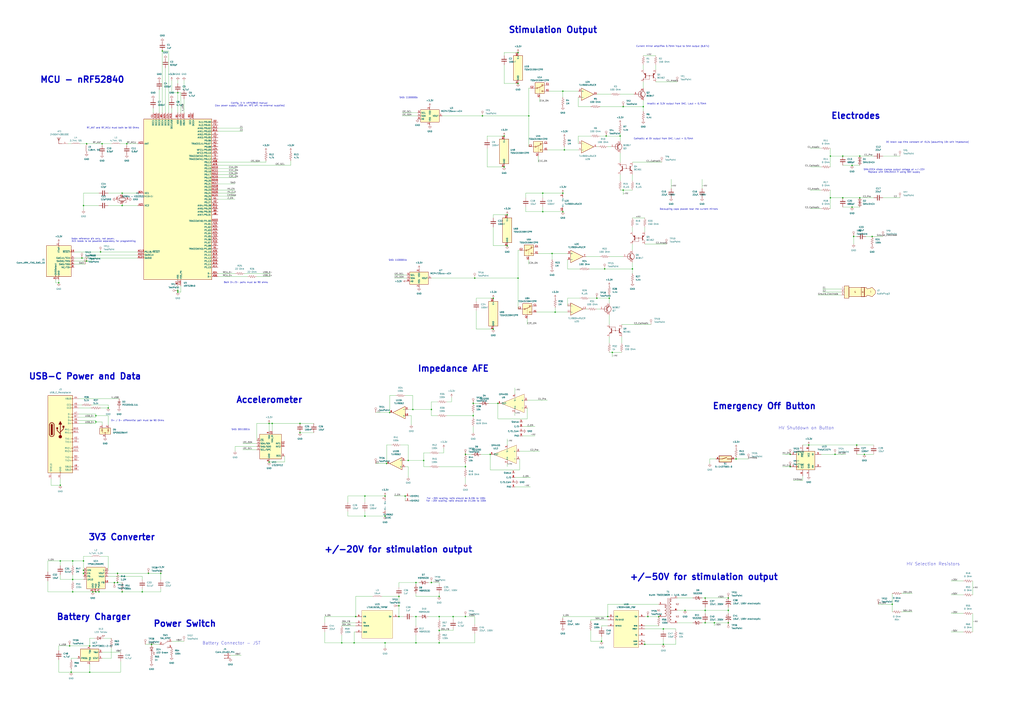
<source format=kicad_sch>
(kicad_sch (version 20250114) (generator "eeschema") (generator_version "9.0")
  (paper "A1")
  (title_block (title "OpenAVNS") (date "2025-09-01") (rev "0.1") (comment 1 "Author: Alex Baldwin"))
  (text "3V3 Converter" (at 72.39 444.5 0) (effects (font (size 5.08 5.08) (thickness 1.016) (bold yes)) (justify left bottom)))
  (text "SAD: 0011001b" (at 197.612 353.06 0) (effects (font (size 1.27 1.27))))
  (text "MCU - nRF52840" (at 67.564 65.532 0) (effects (font (size 5.08 5.08) (thickness 1.016) (bold yes))))
  (text "HV Selection Resistors" (at 744.474 465.074 0) (effects (font (size 2.54 2.54)) (justify left bottom)))
  (text "Battery Charger" (at 46.228 510.032 0) (effects (font (size 5.08 5.08) (thickness 1.016) (bold yes)) (justify left bottom)))
  (text "Anodic: at 3.3V output from DAC, I_out = 0.75mA" (at 555.752 85.344 0) (effects (font (size 1.27 1.27))))
  (text "Config. 3 in nRF52840 manual \n(low power supply, USB on, NFC off, no external supplies)" (at 205.232 85.852 0) (effects (font (size 1.27 1.27))))
  (text "Decoupling caps placed near the current mirrors" (at 565.658 171.958 0) (effects (font (size 1.27 1.27))))
  (text "Impedance AFE" (at 372.364 303.022 0) (effects (font (size 5.08 5.08) (thickness 1.016) (bold yes))))
  (text "SMAJ22CA diode clamps output voltage at +/-22V\nReplace with SMAJ54CA if using 50V supply" (at 734.314 140.462 0) (effects (font (size 1.27 1.27))))
  (text "SAD: 1100001b" (at 326.644 213.868 0) (effects (font (size 1.27 1.27))))
  (text "Stimulation Output" (at 454.152 24.638 0) (effects (font (size 5.08 5.08) (thickness 1.016) (bold yes))))
  (text "Power Switch" (at 125.73 515.62 0) (effects (font (size 5.08 5.08) (thickness 1.016) (bold yes)) (justify left bottom)))
  (text "Cathodic: at 0V output from DAC, I_out = 0.75mA" (at 544.83 114.046 0) (effects (font (size 1.27 1.27))))
  (text "Battery Connector - JST" (at 166.116 530.098 0) (effects (font (size 2.54 2.54)) (justify left bottom)))
  (text "+/-50V for stimulation output" (at 578.104 474.218 0) (effects (font (size 5.08 5.08) (thickness 1.016) (bold yes))))
  (text "Electrodes" (at 702.818 95.25 0) (effects (font (size 5.08 5.08) (thickness 1.016) (bold yes))))
  (text "HV Shutdown on Button" (at 639.318 353.314 0) (effects (font (size 2.54 2.54)) (justify left bottom)))
  (text "Current mirror amplifies 0.75mA input to 5mA output (6.67x)" (at 552.45 38.1 0) (effects (font (size 1.27 1.27))))
  (text "+/-20V for stimulation output" (at 327.152 451.612 0) (effects (font (size 5.08 5.08) (thickness 1.016) (bold yes))))
  (text "DC block cap time constant of ~0.2s (assuming 10k skin impedance)" (at 761.746 116.84 0) (effects (font (size 1.27 1.27))))
  (text "Accelerometer" (at 221.234 328.676 0) (effects (font (size 5.08 5.08) (thickness 1.016) (bold yes))))
  (text "Both D+/D- pairs must be 90 ohms" (at 201.93 232.156 0) (effects (font (size 1.27 1.27))))
  (text "Note: reference pin only, not power. \n3V3 needs to be powered separately for programming" (at 58.674 197.358 0) (effects (font (size 1.27 1.27)) (justify left)))
  (text "D+ / D- differential pair must be 90 Ohms" (at 113.03 345.694 0) (effects (font (size 1.27 1.27))))
  (text "SAD: 1100000b" (at 335.534 80.264 0) (effects (font (size 1.27 1.27))))
  (text "For -50V scaling, ratio should be 6.19k to 100k\nFor -20V scaling, ratio should be 14.16k to 100k" (at 374.65 410.718 0) (effects (font (size 1.27 1.27))))
  (text "Emergency Off Button" (at 584.962 336.804 0) (effects (font (size 5.08 5.08) (thickness 1.016) (bold yes)) (justify left bottom)))
  (text "RF_ANT and RF_MCU must both be 50 Ohms" (at 92.71 105.156 0) (effects (font (size 1.27 1.27))))
  (text "USB-C Power and Data" (at 69.85 309.372 0) (effects (font (size 5.08 5.08) (thickness 1.016) (bold yes))))
  (junction (at 124.46 529.59))
  (junction (at 445.77 173.99))
  (junction (at 360.68 518.16))
  (junction (at 463.55 123.19))
  (junction (at 59.69 476.25))
  (junction (at 59.69 461.01))
  (junction (at 706.12 162.56))
  (junction (at 685.8 373.38))
  (junction (at 529.59 529.59))
  (junction (at 59.69 486.41))
  (junction (at 81.28 486.41))
  (junction (at 405.13 270.51))
  (junction (at 382.27 506.73))
  (junction (at 598.17 501.65))
  (junction (at 100.33 168.91))
  (junction (at 706.12 128.27))
  (junction (at 500.38 245.11))
  (junction (at 292.1 506.73))
  (junction (at 58.42 552.45))
  (junction (at 133.35 41.91))
  (junction (at 317.5 381))
  (junction (at 528.32 87.63))
  (junction (at 71.12 118.11))
  (junction (at 246.38 347.98))
  (junction (at 455.93 256.54))
  (junction (at 692.15 128.27))
  (junction (at 509.27 111.76))
  (junction (at 68.58 471.17))
  (junction (at 68.58 168.91))
  (junction (at 132.08 471.17))
  (junction (at 382.27 383.54))
  (junction (at 316.23 424.18))
  (junction (at 104.14 118.11))
  (junction (at 425.45 68.58))
  (junction (at 339.09 336.55))
  (junction (at 146.05 238.76))
  (junction (at 648.97 383.54))
  (junction (at 93.98 478.79))
  (junction (at 414.02 111.76))
  (junction (at 716.28 194.31))
  (junction (at 116.84 486.41))
  (junction (at 462.28 173.99))
  (junction (at 701.04 194.31))
  (junction (at 681.99 162.56))
  (junction (at 73.66 552.45))
  (junction (at 372.11 506.73))
  (junction (at 541.02 506.73))
  (junction (at 648.97 373.38))
  (junction (at 511.81 87.63))
  (junction (at 494.03 527.05))
  (junction (at 332.74 407.67))
  (junction (at 544.83 516.89))
  (junction (at 71.12 214.63))
  (junction (at 88.9 335.28))
  (junction (at 96.52 478.79))
  (junction (at 388.62 341.63))
  (junction (at 425.45 43.18))
  (junction (at 664.21 365.76))
  (junction (at 703.58 365.76))
  (junction (at 502.92 289.56))
  (junction (at 692.15 162.56))
  (junction (at 579.12 491.49))
  (junction (at 532.13 506.73))
  (junction (at 681.99 128.27))
  (junction (at 499.11 506.73))
  (junction (at 49.53 461.01))
  (junction (at 100.33 486.41))
  (junction (at 78.74 346.71))
  (junction (at 220.98 379.73))
  (junction (at 732.79 496.57))
  (junction (at 598.17 511.81))
  (junction (at 490.22 245.11))
  (junction (at 405.13 245.11))
  (junction (at 382.27 373.38))
  (junction (at 146.05 76.2))
  (junction (at 462.28 158.75))
  (junction (at 402.59 373.38))
  (junction (at 354.33 336.55))
  (junction (at 445.77 158.75))
  (junction (at 341.63 478.79))
  (junction (at 341.63 528.32))
  (junction (at 327.66 490.22))
  (junction (at 223.52 347.98))
  (junction (at 299.72 407.67))
  (junction (at 220.98 347.98))
  (junction (at 327.66 506.73))
  (junction (at 360.68 506.73))
  (junction (at 598.17 491.49))
  (junction (at 96.52 471.17))
  (junction (at 82.55 207.01))
  (junction (at 83.82 118.11))
  (junction (at 497.84 111.76))
  (junction (at 246.38 355.6))
  (junction (at 416.56 176.53))
  (junction (at 146.05 240.03))
  (junction (at 416.56 201.93))
  (junction (at 48.26 232.41))
  (junction (at 579.12 501.65))
  (junction (at 78.74 486.41))
  (junction (at 335.28 378.46))
  (junction (at 434.34 95.25))
  (junction (at 562.61 501.65))
  (junction (at 453.39 208.28))
  (junction (at 341.63 506.73))
  (junction (at 604.52 377.19))
  (junction (at 49.53 398.78))
  (junction (at 388.62 331.47))
  (junction (at 57.15 530.86))
  (junction (at 100.33 158.75))
  (junction (at 320.04 339.09))
  (junction (at 389.89 228.6))
  (junction (at 579.12 511.81))
  (junction (at 73.66 530.86))
  (junction (at 408.94 331.47))
  (junction (at 78.74 341.63))
  (junction (at 76.2 486.41))
  (junction (at 360.68 528.32))
  (junction (at 67.31 212.09))
  (junction (at 121.92 471.17))
  (junction (at 280.67 528.32))
  (junction (at 709.93 373.38))
  (junction (at 496.57 220.98))
  (junction (at 68.58 461.01))
  (junction (at 586.74 511.81))
  (junction (at 544.83 529.59))
  (junction (at 316.23 528.32))
  (junction (at 68.58 468.63))
  (junction (at 299.72 424.18))
  (junction (at 316.23 407.67))
  (junction (at 396.24 95.25))
  (junction (at 699.77 170.18))
  (junction (at 462.28 74.93))
  (junction (at 425.45 228.6))
  (junction (at 511.81 156.21))
  (junction (at 354.33 478.79))
  (junction (at 519.43 220.98))
  (junction (at 290.83 528.32))
  (junction (at 699.77 135.89))
  (junction (at 414.02 137.16))
  (junction (at 360.68 490.22))
  (junction (at 347.98 378.46))
  (junction (at 327.66 497.84))
  (wire (pts (xy 598.17 499.11) (xy 598.17 501.65)))
  (wire (pts (xy 48.26 530.86) (xy 57.15 530.86)))
  (wire (pts (xy 519.43 220.98) (xy 519.43 215.9)))
  (wire (pts (xy 382.27 383.54) (xy 382.27 384.81)))
  (wire (pts (xy 59.69 476.25) (xy 68.58 476.25)))
  (wire (pts (xy 372.11 518.16) (xy 360.68 518.16)))
  (wire (pts (xy 474.98 80.01) (xy 474.98 87.63)))
  (wire (pts (xy 642.62 383.54) (xy 648.97 383.54)))
  (wire (pts (xy 82.55 207.01) (xy 113.03 207.01)))
  (wire (pts (xy 435.61 72.39) (xy 434.34 72.39)))
  (wire (pts (xy 519.43 143.51) (xy 519.43 148.59)))
  (wire (pts (xy 604.52 375.92) (xy 604.52 377.19)))
  (wire (pts (xy 462.28 74.93) (xy 462.28 80.01)))
  (wire (pts (xy 466.09 220.98) (xy 476.25 220.98)))
  (wire (pts (xy 389.89 228.6) (xy 354.33 228.6)))
  (wire (pts (xy 445.77 173.99) (xy 445.77 170.18)))
  (wire (pts (xy 78.74 346.71) (xy 78.74 347.98)))
  (wire (pts (xy 91.44 532.13) (xy 91.44 541.02)))
  (wire (pts (xy 372.11 506.73) (xy 360.68 506.73)))
  (wire (pts (xy 121.92 471.17) (xy 132.08 471.17)))
  (wire (pts (xy 360.68 528.32) (xy 341.63 528.32)))
  (wire (pts (xy 210.82 361.95) (xy 210.82 347.98)))
  (wire (pts (xy 400.05 114.3) (xy 400.05 111.76)))
  (wire (pts (xy 285.75 420.37) (xy 285.75 424.18)))
  (wire (pts (xy 39.37 461.01) (xy 49.53 461.01)))
  (wire (pts (xy 55.88 118.11) (xy 58.42 118.11)))
  (wire (pts (xy 576.58 147.32) (xy 576.58 154.94)))
  (wire (pts (xy 453.39 208.28) (xy 453.39 213.36)))
  (wire (pts (xy 408.94 344.17) (xy 408.94 331.47)))
  (wire (pts (xy 462.28 508) (xy 462.28 506.73)))
  (wire (pts (xy 116.84 483.87) (xy 116.84 486.41)))
  (wire (pts (xy 49.53 461.01) (xy 49.53 464.82)))
  (wire (pts (xy 429.26 350.52) (xy 439.42 350.52)))
  (wire (pts (xy 151.13 66.04) (xy 151.13 73.66)))
  (wire (pts (xy 347.98 383.54) (xy 353.06 383.54)))
  (wire (pts (xy 709.93 373.38) (xy 717.55 373.38)))
  (wire (pts (xy 48.26 534.67) (xy 48.26 530.86)))
  (wire (pts (xy 360.68 528.32) (xy 389.89 528.32)))
  (wire (pts (xy 511.81 156.21) (xy 519.43 156.21)))
  (wire (pts (xy 474.98 111.76) (xy 485.14 111.76)))
  (wire (pts (xy 341.63 506.73) (xy 341.63 514.35)))
  (wire (pts (xy 146.05 234.95) (xy 146.05 238.76)))
  (wire (pts (xy 462.28 173.99) (xy 445.77 173.99)))
  (wire (pts (xy 681.99 156.21) (xy 681.99 162.56)))
  (wire (pts (xy 372.11 509.27) (xy 372.11 506.73)))
  (wire (pts (xy 519.43 186.69) (xy 519.43 190.5)))
  (wire (pts (xy 706.12 128.27) (xy 717.55 128.27)))
  (wire (pts (xy 113.03 118.11) (xy 104.14 118.11)))
  (wire (pts (xy 360.68 383.54) (xy 382.27 383.54)))
  (wire (pts (xy 125.73 88.9) (xy 125.73 92.71)))
  (wire (pts (xy 60.96 207.01) (xy 82.55 207.01)))
  (wire (pts (xy 71.12 118.11) (xy 83.82 118.11)))
  (wire (pts (xy 434.34 72.39) (xy 434.34 95.25)))
  (wire (pts (xy 323.85 228.6) (xy 334.01 228.6)))
  (wire (pts (xy 64.77 345.44) (xy 78.74 345.44)))
  (wire (pts (xy 327.66 478.79) (xy 341.63 478.79)))
  (wire (pts (xy 78.74 341.63) (xy 78.74 342.9)))
  (wire (pts (xy 509.27 77.47) (xy 520.7 77.47)))
  (wire (pts (xy 500.38 210.82) (xy 511.81 210.82)))
  (wire (pts (xy 582.93 381) (xy 582.93 377.19)))
  (wire (pts (xy 554.99 518.16) (xy 554.99 516.89)))
  (wire (pts (xy 200.66 224.79) (xy 222.25 224.79)))
  (wire (pts (xy 280.67 528.32) (xy 290.83 528.32)))
  (wire (pts (xy 58.42 552.45) (xy 73.66 552.45)))
  (wire (pts (xy 74.93 457.2) (xy 68.58 457.2)))
  (wire (pts (xy 502.92 293.37) (xy 502.92 289.56)))
  (wire (pts (xy 434.34 95.25) (xy 396.24 95.25)))
  (wire (pts (xy 140.97 66.04) (xy 140.97 76.2)))
  (wire (pts (xy 81.28 486.41) (xy 100.33 486.41)))
  (wire (pts (xy 347.98 372.11) (xy 353.06 372.11)))
  (wire (pts (xy 433.07 261.62) (xy 433.07 266.7)))
  (wire (pts (xy 579.12 499.11) (xy 579.12 501.65)))
  (wire (pts (xy 238.76 135.89) (xy 238.76 132.08)))
  (wire (pts (xy 151.13 81.28) (xy 151.13 92.71)))
  (wire (pts (xy 316.23 528.32) (xy 316.23 532.13)))
  (wire (pts (xy 463.55 120.65) (xy 463.55 123.19)))
  (wire (pts (xy 391.16 270.51) (xy 405.13 270.51)))
  (wire (pts (xy 74.93 214.63) (xy 71.12 214.63)))
  (wire (pts (xy 313.69 490.22) (xy 327.66 490.22)))
  (wire (pts (xy 481.33 210.82) (xy 492.76 210.82)))
  (wire (pts (xy 100.33 158.75) (xy 100.33 160.02)))
  (wire (pts (xy 692.15 128.27) (xy 706.12 128.27)))
  (wire (pts (xy 332.74 383.54) (xy 335.28 383.54)))
  (wire (pts (xy 39.37 461.01) (xy 39.37 469.9)))
  (wire (pts (xy 466.09 251.46) (xy 466.09 245.11)))
  (wire (pts (xy 562.61 501.65) (xy 579.12 501.65)))
  (wire (pts (xy 360.68 518.16) (xy 360.68 519.43)))
  (wire (pts (xy 72.39 212.09) (xy 67.31 212.09)))
  (wire (pts (xy 88.9 332.74) (xy 88.9 335.28)))
  (wire (pts (xy 422.91 339.09) (xy 422.91 341.63)))
  (wire (pts (xy 576.58 511.81) (xy 579.12 511.81)))
  (wire (pts (xy 138.43 41.91) (xy 133.35 41.91)))
  (wire (pts (xy 429.26 358.14) (xy 439.42 358.14)))
  (wire (pts (xy 148.59 240.03) (xy 146.05 240.03)))
  (wire (pts (xy 651.51 394.97) (xy 659.13 394.97)))
  (wire (pts (xy 341.63 490.22) (xy 360.68 490.22)))
  (wire (pts (xy 179.07 107.95) (xy 199.39 107.95)))
  (wire (pts (xy 339.09 506.73) (xy 341.63 506.73)))
  (wire (pts (xy 481.33 254) (xy 482.6 254)))
  (wire (pts (xy 320.04 325.12) (xy 320.04 339.09)))
  (wire (pts (xy 659.13 394.97) (xy 659.13 391.16)))
  (wire (pts (xy 483.87 245.11) (xy 490.22 245.11)))
  (wire (pts (xy 64.77 347.98) (xy 78.74 347.98)))
  (wire (pts (xy 332.74 378.46) (xy 335.28 378.46)))
  (wire (pts (xy 58.42 549.91) (xy 58.42 552.45)))
  (wire (pts (xy 72.39 212.09) (xy 72.39 209.55)))
  (wire (pts (xy 74.93 332.74) (xy 88.9 332.74)))
  (wire (pts (xy 49.53 461.01) (xy 59.69 461.01)))
  (wire (pts (xy 347.98 378.46) (xy 347.98 383.54)))
  (wire (pts (xy 483.87 220.98) (xy 496.57 220.98)))
  (wire (pts (xy 335.28 336.55) (xy 339.09 336.55)))
  (wire (pts (xy 431.8 173.99) (xy 445.77 173.99)))
  (wire (pts (xy 290.83 519.43) (xy 290.83 528.32)))
  (wire (pts (xy 431.8 162.56) (xy 431.8 158.75)))
  (wire (pts (xy 68.58 471.17) (xy 68.58 473.71)))
  (wire (pts (xy 382.27 373.38) (xy 387.35 373.38)))
  (wire (pts (xy 579.12 491.49) (xy 598.17 491.49)))
  (wire (pts (xy 732.79 502.92) (xy 732.79 496.57)))
  (wire (pts (xy 285.75 424.18) (xy 299.72 424.18)))
  (wire (pts (xy 798.83 477.52) (xy 798.83 488.95)))
  (wire (pts (xy 341.63 487.68) (xy 341.63 490.22)))
  (wire (pts (xy 59.69 461.01) (xy 68.58 461.01)))
  (wire (pts (xy 113.03 209.55) (xy 72.39 209.55)))
  (wire (pts (xy 405.13 201.93) (xy 416.56 201.93)))
  (wire (pts (xy 266.7 506.73) (xy 292.1 506.73)))
  (wire (pts (xy 83.82 535.94) (xy 99.06 535.94)))
  (wire (pts (xy 299.72 407.67) (xy 316.23 407.67)))
  (wire (pts (xy 82.55 335.28) (xy 88.9 335.28)))
  (wire (pts (xy 604.52 377.19) (xy 614.68 377.19)))
  (wire (pts (xy 140.97 527.05) (xy 151.13 527.05)))
  (wire (pts (xy 781.05 488.95) (xy 791.21 488.95)))
  (wire (pts (xy 382.27 506.73) (xy 372.11 506.73)))
  (wire (pts (xy 140.97 88.9) (xy 140.97 92.71)))
  (wire (pts (xy 674.37 373.38) (xy 685.8 373.38)))
  (wire (pts (xy 706.12 162.56) (xy 717.55 162.56)))
  (wire (pts (xy 223.52 354.33) (xy 223.52 347.98)))
  (wire (pts (xy 445.77 158.75) (xy 462.28 158.75)))
  (wire (pts (xy 414.02 43.18) (xy 425.45 43.18)))
  (wire (pts (xy 500.38 276.86) (xy 500.38 281.94)))
  (wire (pts (xy 210.82 367.03) (xy 193.04 367.03)))
  (wire (pts (xy 496.57 220.98) (xy 519.43 220.98)))
  (wire (pts (xy 49.53 393.7) (xy 49.53 398.78)))
  (wire (pts (xy 426.72 386.08) (xy 402.59 386.08)))
  (wire (pts (xy 528.32 45.72) (xy 538.48 45.72)))
  (wire (pts (xy 370.84 326.39) (xy 370.84 330.2)))
  (wire (pts (xy 664.21 365.76) (xy 703.58 365.76)))
  (wire (pts (xy 388.62 350.52) (xy 388.62 355.6)))
  (wire (pts (xy 351.79 478.79) (xy 354.33 478.79)))
  (wire (pts (xy 68.58 468.63) (xy 68.58 471.17)))
  (wire (pts (xy 732.79 496.57) (xy 732.79 487.68)))
  (wire (pts (xy 88.9 349.25) (xy 88.9 341.63)))
  (wire (pts (xy 598.17 504.19) (xy 598.17 501.65)))
  (wire (pts (xy 81.28 158.75) (xy 68.58 158.75)))
  (wire (pts (xy 146.05 238.76) (xy 146.05 240.03)))
  (wire (pts (xy 400.05 111.76) (xy 414.02 111.76)))
  (wire (pts (xy 388.62 341.63) (xy 388.62 342.9)))
  (wire (pts (xy 179.07 105.41) (xy 199.39 105.41)))
  (wire (pts (xy 703.58 365.76) (xy 717.55 365.76)))
  (wire (pts (xy 339.09 336.55) (xy 354.33 336.55)))
  (wire (pts (xy 388.62 331.47) (xy 393.7 331.47)))
  (wire (pts (xy 285.75 407.67) (xy 299.72 407.67)))
  (wire (pts (xy 68.58 168.91) (xy 68.58 172.72)))
  (wire (pts (xy 441.96 128.27) (xy 441.96 133.35)))
  (wire (pts (xy 116.84 486.41) (xy 100.33 486.41)))
  (wire (pts (xy 466.09 245.11) (xy 476.25 245.11)))
  (wire (pts (xy 749.3 502.92) (xy 740.41 502.92)))
  (wire (pts (xy 725.17 128.27) (xy 739.14 128.27)))
  (wire (pts (xy 681.99 121.92) (xy 681.99 128.27)))
  (wire (pts (xy 699.77 170.18) (xy 706.12 170.18)))
  (wire (pts (xy 83.82 349.25) (xy 83.82 346.71)))
  (wire (pts (xy 466.09 213.36) (xy 466.09 220.98)))
  (wire (pts (xy 45.72 232.41) (xy 48.26 232.41)))
  (wire (pts (xy 59.69 464.82) (xy 59.69 461.01)))
  (wire (pts (xy 665.48 137.16) (xy 674.37 137.16)))
  (wire (pts (xy 327.66 482.6) (xy 327.66 478.79)))
  (wire (pts (xy 347.98 372.11) (xy 347.98 378.46)))
  (wire (pts (xy 462.28 74.93) (xy 474.98 74.93)))
  (wire (pts (xy 529.59 186.69) (xy 529.59 190.5)))
  (wire (pts (xy 179.07 161.29) (xy 193.04 161.29)))
  (wire (pts (xy 100.33 167.64) (xy 100.33 168.91)))
  (wire (pts (xy 781.05 504.19) (xy 791.21 504.19)))
  (wire (pts (xy 325.12 325.12) (xy 320.04 325.12)))
  (wire (pts (xy 433.07 335.28) (xy 433.07 344.17)))
  (wire (pts (xy 335.28 365.76) (xy 335.28 378.46)))
  (wire (pts (xy 405.13 179.07) (xy 405.13 176.53)))
  (wire (pts (xy 104.14 118.11) (xy 104.14 119.38)))
  (wire (pts (xy 327.66 506.73) (xy 331.47 506.73)))
  (wire (pts (xy 586.74 511.81) (xy 598.17 511.81)))
  (wire (pts (xy 529.59 527.05) (xy 529.59 529.59)))
  (wire (pts (xy 372.11 516.89) (xy 372.11 518.16)))
  (wire (pts (xy 39.37 486.41) (xy 59.69 486.41)))
  (wire (pts (xy 388.62 339.09) (xy 388.62 341.63)))
  (wire (pts (xy 96.52 478.79) (xy 100.33 478.79)))
  (wire (pts (xy 327.66 497.84) (xy 327.66 506.73)))
  (wire (pts (xy 401.32 331.47) (xy 408.94 331.47)))
  (wire (pts (xy 316.23 528.32) (xy 290.83 528.32)))
  (wire (pts (xy 544.83 529.59) (xy 529.59 529.59)))
  (wire (pts (xy 83.82 118.11) (xy 83.82 119.38)))
  (wire (pts (xy 681.99 162.56) (xy 681.99 171.45)))
  (wire (pts (xy 532.13 506.73) (xy 541.02 506.73)))
  (wire (pts (xy 140.97 76.2) (xy 146.05 76.2)))
  (wire (pts (xy 85.09 524.51) (xy 91.44 524.51)))
  (wire (pts (xy 528.32 67.31) (xy 528.32 72.39)))
  (wire (pts (xy 749.3 487.68) (xy 740.41 487.68)))
  (wire (pts (xy 425.45 228.6) (xy 389.89 228.6)))
  (wire (pts (xy 58.42 541.02) (xy 58.42 542.29)))
  (wire (pts (xy 360.68 516.89) (xy 360.68 518.16)))
  (wire (pts (xy 91.44 541.02) (xy 83.82 541.02)))
  (wire (pts (xy 426.72 370.84) (xy 443.23 370.84)))
  (wire (pts (xy 179.07 133.35) (xy 218.44 133.35)))
  (wire (pts (xy 692.15 170.18) (xy 699.77 170.18)))
  (wire (pts (xy 434.34 213.36) (xy 434.34 217.17)))
  (wire (pts (xy 519.43 133.35) (xy 543.56 133.35)))
  (wire (pts (xy 711.2 194.31) (xy 716.28 194.31)))
  (wire (pts (xy 485.14 518.16) (xy 485.14 527.05)))
  (wire (pts (xy 99.06 118.11) (xy 104.14 118.11)))
  (wire (pts (xy 199.39 369.57) (xy 210.82 369.57)))
  (wire (pts (xy 798.83 504.19) (xy 798.83 519.43)))
  (wire (pts (xy 692.15 162.56) (xy 706.12 162.56)))
  (wire (pts (xy 73.66 524.51) (xy 73.66 530.86)))
  (wire (pts (xy 671.83 242.57) (xy 690.88 242.57)))
  (wire (pts (xy 494.03 515.62) (xy 494.03 514.35)))
  (wire (pts (xy 554.99 529.59) (xy 544.83 529.59)))
  (wire (pts (xy 68.58 461.01) (xy 68.58 468.63)))
  (wire (pts (xy 299.72 420.37) (xy 299.72 424.18)))
  (wire (pts (xy 341.63 478.79) (xy 344.17 478.79)))
  (wire (pts (xy 78.74 345.44) (xy 78.74 346.71)))
  (wire (pts (xy 675.64 240.03) (xy 690.88 240.03)))
  (wire (pts (xy 699.77 135.89) (xy 706.12 135.89)))
  (wire (pts (xy 528.32 53.34) (xy 528.32 57.15)))
  (wire (pts (xy 341.63 506.73) (xy 344.17 506.73)))
  (wire (pts (xy 604.52 377.19) (xy 603.25 377.19)))
  (wire (pts (xy 389.89 506.73) (xy 382.27 506.73)))
  (wire (pts (xy 68.58 158.75) (xy 68.58 168.91)))
  (wire (pts (xy 434.34 120.65) (xy 434.34 95.25)))
  (wire (pts (xy 528.32 87.63) (xy 528.32 82.55)))
  (wire (pts (xy 179.07 163.83) (xy 193.04 163.83)))
  (wire (pts (xy 554.99 525.78) (xy 554.99 529.59)))
  (wire (pts (xy 132.08 483.87) (xy 132.08 486.41)))
  (wire (pts (xy 582.93 377.19) (xy 588.01 377.19)))
  (wire (pts (xy 354.33 478.79) (xy 360.68 478.79)))
  (wire (pts (xy 179.07 143.51) (xy 194.31 143.51)))
  (wire (pts (xy 179.07 151.13) (xy 193.04 151.13)))
  (wire (pts (xy 49.53 472.44) (xy 49.53 476.25)))
  (wire (pts (xy 725.17 162.56) (xy 739.14 162.56)))
  (wire (pts (xy 179.07 224.79) (xy 193.04 224.79)))
  (wire (pts (xy 327.66 490.22) (xy 327.66 497.84)))
  (wire (pts (xy 519.43 179.07) (xy 529.59 179.07)))
  (wire (pts (xy 133.35 41.91) (xy 133.35 92.71)))
  (wire (pts (xy 88.9 158.75) (xy 100.33 158.75)))
  (wire (pts (xy 233.68 379.73) (xy 220.98 379.73)))
  (wire (pts (xy 280.67 511.81) (xy 292.1 511.81)))
  (wire (pts (xy 193.04 367.03) (xy 193.04 370.84)))
  (wire (pts (xy 692.15 128.27) (xy 681.99 128.27)))
  (wire (pts (xy 449.58 123.19) (xy 463.55 123.19)))
  (wire (pts (xy 659.13 365.76) (xy 664.21 365.76)))
  (wire (pts (xy 88.9 168.91) (xy 100.33 168.91)))
  (wire (pts (xy 113.03 212.09) (xy 74.93 212.09)))
  (wire (pts (xy 529.59 506.73) (xy 532.13 506.73)))
  (wire (pts (xy 579.12 511.81) (xy 586.74 511.81)))
  (wire (pts (xy 308.61 381) (xy 317.5 381)))
  (wire (pts (xy 499.11 120.65) (xy 501.65 120.65)))
  (wire (pts (xy 285.75 412.75) (xy 285.75 407.67)))
  (wire (pts (xy 316.23 528.32) (xy 341.63 528.32)))
  (wire (pts (xy 391.16 245.11) (xy 405.13 245.11)))
  (wire (pts (xy 64.77 342.9) (xy 78.74 342.9)))
  (wire (pts (xy 490.22 77.47) (xy 501.65 77.47)))
  (wire (pts (xy 210.82 227.33) (xy 222.25 227.33)))
  (wire (pts (xy 675.64 237.49) (xy 690.88 237.49)))
  (wire (pts (xy 492.76 111.76) (xy 497.84 111.76)))
  (wire (pts (xy 330.2 95.25) (xy 342.9 95.25)))
  (wire (pts (xy 474.98 118.11) (xy 474.98 111.76)))
  (wire (pts (xy 509.27 143.51) (xy 509.27 148.59)))
  (wire (pts (xy 500.38 242.57) (xy 500.38 245.11)))
  (wire (pts (xy 354.33 330.2) (xy 354.33 336.55)))
  (wire (pts (xy 510.54 276.86) (xy 510.54 281.94)))
  (wire (pts (xy 292.1 506.73) (xy 292.1 490.22)))
  (wire (pts (xy 223.52 347.98) (xy 220.98 347.98)))
  (wire (pts (xy 405.13 176.53) (xy 416.56 176.53)))
  (wire (pts (xy 88.9 457.2) (xy 88.9 468.63)))
  (wire (pts (xy 66.04 118.11) (xy 71.12 118.11)))
  (wire (pts (xy 78.74 486.41) (xy 81.28 486.41)))
  (wire (pts (xy 81.28 168.91) (xy 68.58 168.91)))
  (wire (pts (xy 389.89 520.7) (xy 389.89 528.32)))
  (wire (pts (xy 233.68 374.65) (xy 233.68 379.73)))
  (wire (pts (xy 59.69 486.41) (xy 76.2 486.41)))
  (wire (pts (xy 445.77 162.56) (xy 445.77 158.75)))
  (wire (pts (xy 328.93 365.76) (xy 335.28 365.76)))
  (wire (pts (xy 433.07 344.17) (xy 408.94 344.17)))
  (wire (pts (xy 64.77 332.74) (xy 67.31 332.74)))
  (wire (pts (xy 391.16 247.65) (xy 391.16 245.11)))
  (wire (pts (xy 492.76 87.63) (xy 511.81 87.63)))
  (wire (pts (xy 73.66 552.45) (xy 99.06 552.45)))
  (wire (pts (xy 394.97 373.38) (xy 402.59 373.38)))
  (wire (pts (xy 781.05 519.43) (xy 791.21 519.43)))
  (wire (pts (xy 382.27 392.43) (xy 382.27 397.51)))
  (wire (pts (xy 360.68 372.11) (xy 364.49 372.11)))
  (wire (pts (xy 132.08 471.17) (xy 132.08 476.25)))
  (wire (pts (xy 335.28 383.54) (xy 335.28 392.43)))
  (wire (pts (xy 76.2 486.41) (xy 78.74 486.41)))
  (wire (pts (xy 494.03 514.35) (xy 499.11 514.35)))
  (wire (pts (xy 246.38 347.98) (xy 257.81 347.98)))
  (wire (pts (xy 579.12 501.65) (xy 598.17 501.65)))
  (wire (pts (xy 716.28 194.31) (xy 725.17 194.31)))
  (wire (pts (xy 48.26 229.87) (xy 48.26 232.41)))
  (wire (pts (xy 146.05 66.04) (xy 146.05 68.58)))
  (wire (pts (xy 414.02 68.58) (xy 425.45 68.58)))
  (wire (pts (xy 426.72 205.74) (xy 425.45 205.74)))
  (wire (pts (xy 78.74 340.36) (xy 78.74 341.63)))
  (wire (pts (xy 337.82 349.25) (xy 337.82 341.63)))
  (wire (pts (xy 519.43 220.98) (xy 519.43 224.79)))
  (wire (pts (xy 116.84 486.41) (xy 132.08 486.41)))
  (wire (pts (xy 426.72 377.19) (xy 426.72 386.08)))
  (wire (pts (xy 299.72 424.18) (xy 316.23 424.18)))
  (wire (pts (xy 99.06 543.56) (xy 99.06 552.45)))
  (wire (pts (xy 179.07 146.05) (xy 194.31 146.05)))
  (wire (pts (xy 292.1 519.43) (xy 290.83 519.43)))
  (wire (pts (xy 721.36 496.57) (xy 732.79 496.57)))
  (wire (pts (xy 88.9 478.79) (xy 93.98 478.79)))
  (wire (pts (xy 509.27 125.73) (xy 509.27 133.35)))
  (wire (pts (xy 402.59 386.08) (xy 402.59 373.38)))
  (wire (pts (xy 179.07 140.97) (xy 194.31 140.97)))
  (wire (pts (xy 354.33 336.55) (xy 354.33 341.63)))
  (wire (pts (xy 416.56 360.68) (xy 416.56 365.76)))
  (wire (pts (xy 463.55 123.19) (xy 474.98 123.19)))
  (wire (pts (xy 64.77 335.28) (xy 74.93 335.28)))
  (wire (pts (xy 74.93 214.63) (xy 74.93 212.09)))
  (wire (pts (xy 218.44 132.08) (xy 218.44 133.35)))
  (wire (pts (xy 414.02 53.34) (xy 414.02 68.58)))
  (wire (pts (xy 692.15 135.89) (xy 699.77 135.89)))
  (wire (pts (xy 382.27 381) (xy 382.27 383.54)))
  (wire (pts (xy 246.38 355.6) (xy 257.81 355.6)))
  (wire (pts (xy 41.91 398.78) (xy 49.53 398.78)))
  (wire (pts (xy 665.48 156.21) (xy 674.37 156.21)))
  (wire (pts (xy 351.79 506.73) (xy 360.68 506.73)))
  (wire (pts (xy 422.91 392.43) (xy 435.61 392.43)))
  (wire (pts (xy 341.63 521.97) (xy 341.63 528.32)))
  (wire (pts (xy 416.56 381) (xy 416.56 383.54)))
  (wire (pts (xy 266.7 528.32) (xy 280.67 528.32)))
  (wire (pts (xy 509.27 156.21) (xy 511.81 156.21)))
  (wire (pts (xy 360.68 506.73) (xy 360.68 509.27)))
  (wire (pts (xy 292.1 490.22) (xy 306.07 490.22)))
  (wire (pts (xy 665.48 171.45) (xy 674.37 171.45)))
  (wire (pts (xy 485.14 527.05) (xy 494.03 527.05)))
  (wire (pts (xy 100.33 158.75) (xy 113.03 158.75)))
  (wire (pts (xy 364.49 368.3) (xy 364.49 372.11)))
  (wire (pts (xy 538.48 67.31) (xy 556.26 67.31)))
  (wire (pts (xy 64.77 340.36) (xy 78.74 340.36)))
  (wire (pts (xy 443.23 80.01) (xy 443.23 83.82)))
  (wire (pts (xy 360.68 478.79) (xy 360.68 480.06)))
  (wire (pts (xy 400.05 137.16) (xy 414.02 137.16)))
  (wire (pts (xy 223.52 347.98) (xy 246.38 347.98)))
  (wire (pts (xy 354.33 341.63) (xy 359.41 341.63)))
  (wire (pts (xy 59.69 472.44) (xy 59.69 476.25)))
  (wire (pts (xy 96.52 471.17) (xy 121.92 471.17)))
  (wire (pts (xy 67.31 212.09) (xy 60.96 212.09)))
  (wire (pts (xy 528.32 87.63) (xy 528.32 91.44)))
  (wire (pts (xy 576.58 491.49) (xy 579.12 491.49)))
  (wire (pts (xy 266.7 511.81) (xy 266.7 506.73)))
  (wire (pts (xy 642.62 373.38) (xy 648.97 373.38)))
  (wire (pts (xy 116.84 473.71) (xy 116.84 476.25)))
  (wire (pts (xy 68.58 457.2) (xy 68.58 461.01)))
  (wire (pts (xy 681.99 128.27) (xy 681.99 137.16)))
  (wire (pts (xy 210.82 347.98) (xy 220.98 347.98)))
  (wire (pts (xy 431.8 170.18) (xy 431.8 173.99)))
  (wire (pts (xy 339.09 325.12) (xy 339.09 336.55)))
  (wire (pts (xy 701.04 194.31) (xy 701.04 200.66)))
  (wire (pts (xy 41.91 393.7) (xy 41.91 398.78)))
  (wire (pts (xy 474.98 87.63) (xy 485.14 87.63)))
  (wire (pts (xy 179.07 156.21) (xy 193.04 156.21)))
  (wire (pts (xy 701.04 194.31) (xy 703.58 194.31)))
  (wire (pts (xy 497.84 111.76) (xy 509.27 111.76)))
  (wire (pts (xy 130.81 73.66) (xy 130.81 92.71)))
  (wire (pts (xy 60.96 217.17) (xy 69.85 217.17)))
  (wire (pts (xy 354.33 330.2) (xy 359.41 330.2)))
  (wire (pts (xy 511.81 87.63) (xy 528.32 87.63)))
  (wire (pts (xy 323.85 226.06) (xy 334.01 226.06)))
  (wire (pts (xy 189.23 538.48) (xy 198.12 538.48)))
  (wire (pts (xy 148.59 92.71) (xy 148.59 76.2)))
  (wire (pts (xy 88.9 341.63) (xy 78.74 341.63)))
  (wire (pts (xy 341.63 478.79) (xy 341.63 480.06)))
  (wire (pts (xy 519.43 200.66) (xy 519.43 205.74)))
  (wire (pts (xy 425.45 205.74) (xy 425.45 228.6)))
  (wire (pts (xy 321.31 365.76) (xy 317.5 365.76)))
  (wire (pts (xy 179.07 138.43) (xy 194.31 138.43)))
  (wire (pts (xy 199.39 364.49) (xy 210.82 364.49)))
  (wire (pts (xy 316.23 424.18) (xy 316.23 422.91)))
  (wire (pts (xy 45.72 229.87) (xy 45.72 232.41)))
  (wire (pts (xy 665.48 121.92) (xy 674.37 121.92)))
  (wire (pts (xy 88.9 473.71) (xy 116.84 473.71)))
  (wire (pts (xy 490.22 120.65) (xy 491.49 120.65)))
  (wire (pts (xy 453.39 208.28) (xy 466.09 208.28)))
  (wire (pts (xy 88.9 471.17) (xy 96.52 471.17)))
  (wire (pts (xy 441.96 208.28) (xy 453.39 208.28)))
  (wire (pts (xy 405.13 186.69) (xy 405.13 201.93)))
  (wire (pts (xy 529.59 200.66) (xy 547.37 200.66)))
  (wire (pts (xy 389.89 513.08) (xy 389.89 506.73)))
  (wire (pts (xy 59.69 476.25) (xy 59.69 477.52)))
  (wire (pts (xy 332.74 325.12) (xy 339.09 325.12)))
  (wire (pts (xy 544.83 516.89) (xy 554.99 516.89)))
  (wire (pts (xy 71.12 214.63) (xy 60.96 214.63)))
  (wire (pts (xy 135.89 55.88) (xy 135.89 92.71)))
  (wire (pts (xy 48.26 542.29) (xy 48.26 552.45)))
  (wire (pts (xy 100.33 168.91) (xy 113.03 168.91)))
  (wire (pts (xy 455.93 252.73) (xy 455.93 256.54)))
  (wire (pts (xy 39.37 477.52) (xy 39.37 486.41)))
  (wire (pts (xy 425.45 254) (xy 425.45 228.6)))
  (wire (pts (xy 146.05 76.2) (xy 146.05 92.71)))
  (wire (pts (xy 490.22 254) (xy 492.76 254)))
  (wire (pts (xy 485.14 510.54) (xy 485.14 509.27)))
  (wire (pts (xy 83.82 118.11) (xy 91.44 118.11)))
  (wire (pts (xy 544.83 516.89) (xy 544.83 518.16)))
  (wire (pts (xy 544.83 525.78) (xy 544.83 529.59)))
  (wire (pts (xy 367.03 330.2) (xy 370.84 330.2)))
  (wire (pts (xy 500.38 245.11) (xy 500.38 248.92)))
  (wire (pts (xy 82.55 457.2) (xy 88.9 457.2)))
  (wire (pts (xy 414.02 45.72) (xy 414.02 43.18)))
  (wire (pts (xy 93.98 478.79) (xy 96.52 478.79)))
  (wire (pts (xy 280.67 521.97) (xy 280.67 528.32)))
  (wire (pts (xy 556.26 491.49) (xy 568.96 491.49)))
  (wire (pts (xy 462.28 506.73) (xy 499.11 506.73)))
  (wire (pts (xy 335.28 378.46) (xy 347.98 378.46)))
  (wire (pts (xy 510.54 266.7) (xy 534.67 266.7)))
  (wire (pts (xy 494.03 523.24) (xy 494.03 527.05)))
  (wire (pts (xy 179.07 135.89) (xy 238.76 135.89)))
  (wire (pts (xy 422.91 318.77) (xy 422.91 323.85)))
  (wire (pts (xy 360.68 527.05) (xy 360.68 528.32)))
  (wire (pts (xy 455.93 256.54) (xy 466.09 256.54)))
  (wire (pts (xy 148.59 234.95) (xy 148.59 240.03)))
  (wire (pts (xy 64.77 327.66) (xy 97.79 327.66)))
  (wire (pts (xy 490.22 245.11) (xy 500.38 245.11)))
  (wire (pts (xy 266.7 528.32) (xy 266.7 519.43)))
  (wire (pts (xy 433.07 328.93) (xy 449.58 328.93)))
  (wire (pts (xy 317.5 365.76) (xy 317.5 381)))
  (wire (pts (xy 138.43 92.71) (xy 138.43 41.91)))
  (wire (pts (xy 400.05 121.92) (xy 400.05 137.16)))
  (wire (pts (xy 556.26 511.81) (xy 568.96 511.81)))
  (wire (pts (xy 450.85 74.93) (xy 462.28 74.93)))
  (wire (pts (xy 500.38 289.56) (xy 502.92 289.56)))
  (wire (pts (xy 485.14 509.27) (xy 499.11 509.27)))
  (wire (pts (xy 360.68 487.68) (xy 360.68 490.22)))
  (wire (pts (xy 431.8 158.75) (xy 445.77 158.75)))
  (wire (pts (xy 551.18 147.32) (xy 551.18 154.94)))
  (wire (pts (xy 529.59 516.89) (xy 544.83 516.89)))
  (wire (pts (xy 83.82 346.71) (xy 78.74 346.71)))
  (wire (pts (xy 509.27 111.76) (xy 509.27 115.57)))
  (wire (pts (xy 500.38 259.08) (xy 500.38 266.7)))
  (wire (pts (xy 586.74 514.35) (xy 586.74 511.81)))
  (wire (pts (xy 499.11 496.57) (xy 499.11 506.73)))
  (wire (pts (xy 781.05 477.52) (xy 791.21 477.52)))
  (wire (pts (xy 124.46 529.59) (xy 130.81 529.59)))
  (wire (pts (xy 422.91 400.05) (xy 435.61 400.05)))
  (wire (pts (xy 63.5 541.02) (xy 58.42 541.02)))
  (wire (pts (xy 556.26 501.65) (xy 562.61 501.65)))
  (wire (pts (xy 511.81 160.02) (xy 511.81 156.21)))
  (wire (pts (xy 692.15 162.56) (xy 681.99 162.56)))
  (wire (pts (xy 330.2 92.71) (xy 342.9 92.71)))
  (wire (pts (xy 73.66 552.45) (xy 73.66 546.1)))
  (wire (pts (xy 337.82 341.63) (xy 335.28 341.63)))
  (wire (pts (xy 541.02 496.57) (xy 499.11 496.57)))
  (wire (pts (xy 299.72 412.75) (xy 299.72 407.67)))
  (wire (pts (xy 49.53 476.25) (xy 59.69 476.25)))
  (wire (pts (xy 332.74 407.67) (xy 332.74 411.48)))
  (wire (pts (xy 579.12 504.19) (xy 579.12 501.65)))
  (wire (pts (xy 529.59 514.35) (xy 541.02 514.35)))
  (wire (pts (xy 59.69 485.14) (xy 59.69 486.41)))
  (wire (pts (xy 148.59 76.2) (xy 146.05 76.2)))
  (wire (pts (xy 179.07 158.75) (xy 193.04 158.75)))
  (wire (pts (xy 509.27 109.22) (xy 509.27 111.76)))
  (wire (pts (xy 367.03 341.63) (xy 388.62 341.63)))
  (wire (pts (xy 323.85 407.67) (xy 332.74 407.67)))
  (wire (pts (xy 396.24 95.25) (xy 363.22 95.25)))
  (wire (pts (xy 77.47 524.51) (xy 73.66 524.51)))
  (wire (pts (xy 502.92 289.56) (xy 510.54 289.56)))
  (wire (pts (xy 440.69 256.54) (xy 455.93 256.54)))
  (wire (pts (xy 703.58 373.38) (xy 709.93 373.38)))
  (wire (pts (xy 57.15 530.86) (xy 73.66 530.86)))
  (wire (pts (xy 179.07 227.33) (xy 203.2 227.33)))
  (wire (pts (xy 220.98 347.98) (xy 220.98 354.33)))
  (wire (pts (xy 48.26 552.45) (xy 58.42 552.45)))
  (wire (pts (xy 119.38 529.59) (xy 124.46 529.59)))
  (wire (pts (xy 280.67 514.35) (xy 292.1 514.35)))
  (wire (pts (xy 538.48 53.34) (xy 538.48 57.15)))
  (wire (pts (xy 391.16 255.27) (xy 391.16 270.51)))
  (wire (pts (xy 308.61 339.09) (xy 320.04 339.09)))
  (wire (pts (xy 685.8 373.38) (xy 694.69 373.38)))
  (label "-50V" (at 781.05 519.43 0))
  (label "50V_ON" (at 741.68 502.92 0))
  (label "I2C_SDA" (at 199.39 364.49 0))
  (label "C1C_ON" (at 187.96 140.97 0))
  (label "Z1" (at 196.85 105.41 0))
  (label "-HV" (at 416.56 363.22 0))
  (label "RF_MCU" (at 104.14 118.11 0))
  (label "-HV" (at 798.83 511.81 0))
  (label "I2C_SCL" (at 199.39 369.57 0))
  (label "I2C_SDA" (at 330.2 95.25 0))
  (label "E1" (at 734.06 128.27 0))
  (label "E2_Pre" (at 708.66 162.56 0))
  (label "+HV" (at 416.56 382.27 0))
  (label "V_ON" (at 39.37 461.01 0))
  (label "C1A_ON" (at 443.23 83.82 0))
  (label "VBAT" (at 144.78 527.05 0))
  (label "V_ON" (at 462.28 506.73 0))
  (label "EmStop" (at 186.69 161.29 0))
  (label "HV_CLK" (at 642.62 383.54 0))
  (label "HV_ON" (at 721.36 496.57 0))
  (label "E2" (at 734.06 162.56 0))
  (label "C2_Cathodic" (at 673.1 171.45 180))
  (label "SWO" (at 189.23 151.13 0))
  (label "I2C_SCL" (at 330.2 92.71 0))
  (label "C1A_ON" (at 187.96 138.43 0))
  (label "Z_ON" (at 323.85 407.67 0))
  (label "-50V" (at 586.74 514.35 0))
  (label "HV_ON" (at 688.34 373.38 0))
  (label "50V_ON" (at 488.95 509.27 0))
  (label "HV_CLK" (at 186.69 158.75 0))
  (label "-HV" (at 576.58 153.67 0))
  (label "-HV" (at 511.81 160.02 0))
  (label "20V_ON" (at 280.67 514.35 0))
  (label "E2_Pre" (at 435.61 370.84 0))
  (label "-HV" (at 430.53 400.05 0))
  (label "+HV" (at 798.83 483.87 0))
  (label "Z_ON" (at 186.69 163.83 0))
  (label "V_USB" (at 48.26 530.86 0))
  (label "VBAT" (at 193.04 538.48 0))
  (label "I2C_SDA" (at 205.74 133.35 0))
  (label "USB_D-" (at 215.9 224.79 0))
  (label "20V_FB" (at 361.95 518.16 0))
  (label "USB_D+" (at 69.85 347.98 0))
  (label "C1C_ON" (at 441.96 133.35 0))
  (label "-20V" (at 355.6 478.79 0))
  (label "Z_ON" (at 433.07 350.52 0))
  (label "RF_ANT" (at 76.2 118.11 0))
  (label "USB_D-" (at 69.85 342.9 0))
  (label "C2_Anodic" (at 673.1 156.21 180))
  (label "Z_ON" (at 429.26 392.43 0))
  (label "+50V" (at 589.28 491.49 0))
  (label "-HV" (at 435.61 358.14 0))
  (label "E1" (at 675.64 237.49 0))
  (label "V_USB" (at 91.44 327.66 0))
  (label "SWO" (at 64.77 217.17 0))
  (label "I2C_SDA" (at 323.85 228.6 0))
  (label "C1_Anodic" (at 673.1 121.92 180))
  (label "HV_EN" (at 186.69 156.21 0))
  (label "-HV" (at 422.91 321.31 0))
  (label "+HV" (at 530.86 45.72 0))
  (label "C1_Cathodic" (at 673.1 137.16 180))
  (label "20V_ON" (at 741.68 487.68 0))
  (label "VBAT" (at 95.25 535.94 0))
  (label "Ground_Electrode" (at 671.83 242.57 0))
  (label "Z2" (at 308.61 381 0))
  (label "I2C_SCL" (at 226.06 135.89 0))
  (label "V_USB" (at 151.13 91.44 90))
  (label "Z2" (at 196.85 107.95 0))
  (label "E2" (at 675.64 240.03 0))
  (label "C1_Anodic" (at 547.37 67.31 0))
  (label "HV_EN" (at 642.62 373.38 0))
  (label "C2_Cathodic" (at 520.7 266.7 0))
  (label "C2_Anodic" (at 538.48 200.66 0))
  (label "V_ON" (at 121.92 529.59 0))
  (label "-HV" (at 502.92 293.37 0))
  (label "C2A_ON" (at 434.34 217.17 0))
  (label "EmStop" (at 614.68 377.19 0))
  (label "+HV" (at 422.91 340.36 0))
  (label "MCU_D-" (at 182.88 224.79 0))
  (label "+HV" (at 551.18 153.67 0))
  (label "E1_Pre" (at 709.93 128.27 0))
  (label "V_ON" (at 266.7 506.73 0))
  (label "E1_Pre" (at 441.96 328.93 0))
  (label "MCU_D+" (at 182.88 227.33 0))
  (label "USB_D+" (at 215.9 227.33 0))
  (label "+20V" (at 781.05 477.52 0))
  (label "+50V" (at 781.05 488.95 0))
  (label "+HV" (at 521.97 179.07 0))
  (label "C2A_ON" (at 187.96 143.51 0))
  (label "EmStop" (at 651.51 394.97 0))
  (label "I2C_SCL" (at 323.85 226.06 0))
  (label "+20V" (at 384.81 506.73 0))
  (label "20V_FB" (at 280.67 511.81 0))
  (label "Z1" (at 309.88 339.09 0))
  (label "Ground_Electrode" (at 720.09 194.31 0))
  (label "C2C_ON" (at 433.07 266.7 0))
  (label "C1_Cathodic" (at 530.86 133.35 0))
  (label "-20V" (at 781.05 504.19 0))
  (label "C2C_ON" (at 187.96 146.05 0))
  (symbol (lib_id "Device:R_US") (at 388.62 335.28 0) (unit 1)
    (property "Reference" "R38" (at 391.16 334.01 0) (effects (justify left)))
    (property "Value" "10k" (at 391.16 336.55 0) (effects (justify left)))
    (property "Footprint" "Resistor_SMD:R_1206_3216Metric" (effects (hide yes)))
  )
  (symbol (lib_id "Device:R_US") (at 328.93 325.12 90) (unit 1)
    (property "Reference" "R34" (at 328.93 318.77 90))
    (property "Value" "100k" (at 328.93 321.31 90))
    (property "Footprint" "Resistor_SMD:R_0402_1005Metric" (effects (hide yes)))
  )
  (symbol (lib_name "+3.3V_1") (lib_id "power:+3.3V") (at 500.38 234.95 0) (unit 1)
    (property "Reference" "#PWR043" (effects (hide yes)))
    (property "Value" "+3.3V" (at 500.38 229.87 0))
    (property "Description" "Power symbol creates a global label with name \"+3.3V\"" (effects (hide yes)))
  )
  (symbol (lib_id "Device:C") (at 692.15 166.37 0) (unit 1)
    (property "Reference" "C20" (at 695.96 165.0999 0) (effects (justify left)))
    (property "Value" "680pF" (at 695.96 167.6399 0) (effects (justify left)))
    (property "Footprint" "Capacitor_SMD:C_0402_1005Metric" (effects (hide yes)))
    (property "Description" "Unpolarized capacitor" (effects (hide yes)))
  )
  (symbol (lib_id "Connector:TestPoint") (at 389.89 228.6 0) (unit 1)
    (property "Reference" "TP16" (at 392.43 224.0279 0) (effects (justify left)))
    (property "Value" "TestPoint" (at 392.43 226.5679 0) (effects (justify left)))
    (property "Footprint" "TestPoint:TestPoint_Pad_D2.0mm" (effects (hide yes)))
    (property "Description" "test point" (effects (hide yes)))
  )
  (symbol (lib_id "Device:C") (at 431.8 166.37 0) (unit 1)
    (property "Reference" "C18" (at 435.61 165.0999 0) (effects (justify left)))
    (property "Value" "10uF" (at 435.61 167.6399 0) (effects (justify left)))
    (property "Footprint" "Capacitor_SMD:C_0603_1608Metric" (effects (hide yes)))
    (property "Description" "Unpolarized capacitor" (effects (hide yes)))
  )
  (symbol (lib_id "power:GND") (at 405.13 270.51 0) (unit 1)
    (property "Reference" "#PWR048" (effects (hide yes)))
    (property "Value" "GND" (at 405.13 275.59 0))
    (property "Description" "Power symbol creates a global label with name \"GND\" , ground" (effects (hide yes)))
  )
  (symbol (lib_id "LT8304:LT8304IS8E_PBF") (at 514.35 516.89 0) (unit 1)
    (property "Reference" "U16" (at 514.35 496.57 0))
    (property "Value" "LT8304IS8E_PBF" (at 514.35 499.11 0))
    (property "Footprint" "OpenAVNS:SOIC127P599X175-9N" (effects (hide yes)))
    (property "MF" "Analog Devices" (effects (hide yes)))
    (property "Description_1" "Flyback Switching Regulator IC Positive or Negative, Isolation Capable Adjustable 1V 1 Output 2A (Switch) 8-SOIC (0.154, 3.90mm Width) Exposed Pad" (effects (hide yes)))
    (property "Package" "SOIC -8 Analog Devices" (effects (hide yes)))
    (property "Price" "None" (effects (hide yes)))
    (property "Check_prices" "https://www.snapeda.com/parts/LT8304IS8E%23PBF/Analog+Devices/view-part/?ref=eda" (effects (hide yes)))
    (property "STANDARD" "IPC-7351B" (effects (hide yes)))
    (property "PARTREV" "LT0217_REV_A" (effects (hide yes)))
    (property "SnapEDA_Link" "https://www.snapeda.com/parts/LT8304IS8E%23PBF/Analog+Devices/view-part/?ref=snap" (effects (hide yes)))
    (property "MP" "LT8304IS8E#PBF" (effects (hide yes)))
    (property "Availability" "In Stock" (effects (hide yes)))
    (property "MANUFACTURER" "LinearTechnology" (effects (hide yes)))
  )
  (symbol (lib_id "Device:C") (at 717.55 369.57 0) (unit 1)
    (property "Reference" "C28" (at 721.36 368.2999 0) (effects (justify left)))
    (property "Value" "10uF" (at 721.36 370.8399 0) (effects (justify left)))
    (property "Footprint" "Capacitor_SMD:C_0603_1608Metric" (effects (hide yes)))
    (property "Description" "Unpolarized capacitor" (effects (hide yes)))
  )
  (symbol (lib_id "power:GND") (at 699.77 135.89 0) (unit 1)
    (property "Reference" "#PWR023" (effects (hide yes)))
    (property "Value" "GND" (at 699.77 140.97 0))
    (property "Description" "Power symbol creates a global label with name \"GND\" , ground" (effects (hide yes)))
  )
  (symbol (lib_id "Device:R_US") (at 528.32 49.53 180) (unit 1)
    (property "Reference" "R1" (at 530.86 48.2599 0) (effects (justify right)))
    (property "Value" "1k" (at 530.86 50.7999 0) (effects (justify right)))
    (property "Footprint" "Capacitor_SMD:C_0805_2012Metric" (effects (hide yes)))
    (property "Description" "Resistor, US symbol" (effects (hide yes)))
  )
  (symbol (lib_id "Device:R_US") (at 59.69 481.33 0) (unit 1)
    (property "Reference" "R50" (at 62.23 480.06 0) (effects (justify left)))
    (property "Value" "220k" (at 62.23 482.6 0) (effects (justify left)))
    (property "Footprint" "Resistor_SMD:R_0402_1005Metric" (effects (hide yes)))
  )
  (symbol (lib_id "Connector:TestPoint") (at 547.37 200.66 0) (unit 1)
    (property "Reference" "TP10" (at 549.91 196.0879 0) (effects (justify left)))
    (property "Value" "TestPoint" (at 549.91 198.6279 0) (effects (justify left)))
    (property "Footprint" "TestPoint:TestPoint_Pad_D2.0mm" (effects (hide yes)))
    (property "Description" "test point" (effects (hide yes)))
  )
  (symbol (lib_id "Diode:SS3200") (at 572.77 511.81 0) (unit 1)
    (property "Reference" "D11" (at 572.4525 505.46 0))
    (property "Value" "SS3200" (at 572.4525 508 0))
    (property "Footprint" "Diode_SMD:D_SMA" (effects (hide yes)))
    (property "Datasheet" "https://www.microdiode.com/uploadfiles//PDF/SS32-THRU-SS3200-SMA.pdf" (effects (hide yes)))
    (property "Description" "200V 3A Schottky Diode, SMA" (effects (hide yes)))
  )
  (symbol (lib_id "Device:C") (at 405.13 182.88 0) (unit 1)
    (property "Reference" "C22" (at 408.94 181.6099 0) (effects (justify left)))
    (property "Value" "100nF" (at 408.94 184.1499 0) (effects (justify left)))
    (property "Footprint" "Capacitor_SMD:C_0402_1005Metric" (effects (hide yes)))
    (property "Description" "Unpolarized capacitor" (effects (hide yes)))
  )
  (symbol (lib_id "power:GND") (at 528.32 99.06 0) (unit 1)
    (property "Reference" "#PWR014" (effects (hide yes)))
    (property "Value" "GND" (at 528.32 104.14 0))
    (property "Description" "Power symbol creates a global label with name \"GND\" , ground" (effects (hide yes)))
  )
  (symbol (lib_id "power:GND") (at 699.77 170.18 0) (unit 1)
    (property "Reference" "#PWR030" (effects (hide yes)))
    (property "Value" "GND" (at 699.77 175.26 0))
    (property "Description" "Power symbol creates a global label with name \"GND\" , ground" (effects (hide yes)))
  )
  (symbol (lib_id "Analog_DAC:MCP4725xxx-xCH") (at 353.06 95.25 0) (unit 1)
    (property "Reference" "U3" (at 370.84 88.8298 0))
    (property "Value" "MCP4725xxx-xCH" (at 370.84 91.3698 0))
    (property "Footprint" "Package_TO_SOT_SMD:SOT-23-6" (effects (hide yes)))
    (property "Datasheet" "http://ww1.microchip.com/downloads/en/DeviceDoc/22039d.pdf" (effects (hide yes)))
    (property "Description" "12-bit Digital-to-Analog Converter, integrated EEPROM, I2C interface, SOT-23-6" (effects (hide yes)))
  )
  (symbol (lib_id "Device:LED") (at 124.46 533.4 90) (unit 1)
    (property "Reference" "D14" (at 128.27 533.7175 90) (effects (justify right)))
    (property "Value" "LED Green" (at 128.27 536.2575 90) (effects (justify right)))
    (property "Footprint" "LED_SMD:LED_0402_1005Metric" (effects (hide yes)))
  )
  (symbol (lib_id "Amplifier_Operational:TLV9004xRUCR") (at 473.71 254 0) (mirror x) (unit 4)
    (property "Reference" "U2" (at 473.71 264.16 0))
    (property "Value" "TLV9004xRUCR" (at 473.71 261.62 0))
    (property "Footprint" "Package_DFN_QFN:Texas_S-PX2QFN-14" (effects (hide yes)))
    (property "Datasheet" "http://www.ti.com/lit/ds/symlink/tlv9004.pdf" (effects (hide yes)))
    (property "Description" "Low-Power, Quad-Operational Amplifiers, Texas S-PX2QFN-14" (effects (hide yes)))
  )
  (symbol (lib_id "Analog_Switch:TS5A3159AYZPR") (at 441.96 120.65 0) (unit 1)
    (property "Reference" "U4" (at 441.96 111.76 0))
    (property "Value" "TS5A3159AYZPR" (at 441.96 114.3 0))
    (property "Footprint" "Package_BGA:Texas_DSBGA-6_0.9x1.4mm_Layout2x3_P0.5mm" (effects (hide yes)))
    (property "Datasheet" "http://www.ti.com/lit/ds/symlink/ts5a3159a.pdf" (effects (hide yes)))
    (property "Description" "Single SPDT Analog Switch, 1.65-V to 5.5-V Single-Supply Operation, 1Ohm Ron, DSBGA-6" (effects (hide yes)))
  )
  (symbol (lib_id "power:GND") (at 576.58 162.56 0) (unit 1)
    (property "Reference" "#PWR027" (effects (hide yes)))
    (property "Value" "GND" (at 576.58 167.64 0))
    (property "Description" "Power symbol creates a global label with name \"GND\" , ground" (effects (hide yes)))
  )
  (symbol (lib_id "Transistor_BJT:BCV61") (at 505.46 271.78 0) (unit 1)
    (property "Reference" "Q8" (at 511.81 270.1289 0) (effects (justify left)))
    (property "Value" "BCV61" (at 511.81 272.6689 0) (effects (justify left)))
    (property "Footprint" "Package_TO_SOT_SMD:SOT-143" (effects (hide yes)))
    (property "Datasheet" "https://assets.nexperia.com/documents/data-sheet/BCV61.pdf" (effects (hide yes)))
    (property "Description" "100mA IC, 30V Vce, Double NPN Transistors, Current mirror configuration, SOT-143" (effects (hide yes)))
  )
  (symbol (lib_id "Device:R_US") (at 388.62 346.71 0) (unit 1)
    (property "Reference" "R40" (at 391.16 345.44 0) (effects (justify left)))
    (property "Value" "619 Ohm" (at 391.16 347.98 0) (effects (justify left)))
    (property "Footprint" "Resistor_SMD:R_1206_3216Metric" (effects (hide yes)))
  )
  (symbol (lib_id "Device:C_Polarized_US") (at 598.17 495.3 0) (unit 1)
    (property "Reference" "C38" (at 601.98 493.3949 0) (effects (justify left)))
    (property "Value" "10uF, 100V electrolytic" (at 601.98 495.9349 0) (effects (justify left)))
    (property "Footprint" "Capacitor_THT:CP_Radial_D6.3mm_P2.50mm" (effects (hide yes)))
    (property "Description" "Polarized capacitor, US symbol - JLCPCB #C2029" (effects (hide yes)))
  )
  (symbol (lib_id "Device:R_US") (at 356.87 383.54 90) (unit 1)
    (property "Reference" "R45" (at 356.87 377.19 90))
    (property "Value" "100k" (at 356.87 379.73 90))
    (property "Footprint" "Resistor_SMD:R_0402_1005Metric" (effects (hide yes)))
  )
  (symbol (lib_id "Connector:TestPoint") (at 648.97 383.54 0) (unit 1)
    (property "Reference" "TP27" (at 651.51 378.9679 0) (effects (justify left)))
    (property "Value" "TestPoint" (at 651.51 381.5079 0) (effects (justify left)))
    (property "Footprint" "TestPoint:TestPoint_Pad_D2.0mm" (effects (hide yes)))
    (property "Description" "test point" (effects (hide yes)))
  )
  (symbol (lib_id "Diode:SMAJ22CA") (at 706.12 132.08 90) (unit 1)
    (property "Reference" "D1" (at 708.66 130.8099 90) (effects (justify right)))
    (property "Value" "SMAJ54CA" (at 708.66 133.3499 90) (effects (justify right)))
    (property "Footprint" "Diode_SMD:D_SMA" (effects (hide yes)))
    (property "Datasheet" "https://www.littelfuse.com/media?resourcetype=datasheets&itemid=75e32973-b177-4ee3-a0ff-cedaf1abdb93&filename=smaj-datasheet" (effects (hide yes)))
    (property "Description" "400W bidirectional Transient Voltage Suppressor, 22.0Vr, SMA(DO-214AC)" (effects (hide yes)))
  )
  (symbol (lib_id "Connector:TestPoint") (at 511.81 87.63 0) (unit 1)
    (property "Reference" "TP2" (at 514.35 83.0579 0) (effects (justify left)))
    (property "Value" "TestPoint" (at 514.35 85.5979 0) (effects (justify left)))
    (property "Footprint" "TestPoint:TestPoint_Pad_D2.0mm" (effects (hide yes)))
    (property "Description" "test point" (effects (hide yes)))
  )
  (symbol (lib_id "Device:R_US") (at 510.54 285.75 180) (unit 1)
    (property "Reference" "R33" (at 513.08 284.4799 0) (effects (justify right)))
    (property "Value" "150 Ohm" (at 513.08 287.0199 0) (effects (justify right)))
    (property "Footprint" "Capacitor_SMD:C_0805_2012Metric" (effects (hide yes)))
    (property "Description" "Resistor, US symbol" (effects (hide yes)))
  )
  (symbol (lib_id "Device:LED") (at 81.28 524.51 180) (unit 1)
    (property "Reference" "D13" (at 82.8675 516.89 0))
    (property "Value" "LED Yellow" (at 82.8675 519.43 0))
    (property "Footprint" "LED_SMD:LED_0402_1005Metric" (effects (hide yes)))
  )
  (symbol (lib_id "Device:R_US") (at 238.76 128.27 180) (unit 1)
    (property "Reference" "R13" (at 241.3 126.9999 0) (effects (justify right)))
    (property "Value" "4.7k" (at 241.3 129.5399 0) (effects (justify right)))
    (property "Footprint" "Resistor_SMD:R_0402_1005Metric" (effects (hide yes)))
  )
  (symbol (lib_id "5-1437565-0:5-1437565-0") (at 595.63 377.19 0) (unit 1)
    (property "Reference" "S1" (at 595.63 381 0))
    (property "Value" "5-1437565-0" (at 594.36 383.54 0))
    (property "Footprint" "Button_Switch_SMD:SW_SPST_PTS647_Sx38" (effects (hide yes)))
    (property "Description" "Alcoswitch, Tactile switch,SMT,SPST,raised actuator | TE Connectivity FSM6JSMATR" (effects (hide yes)))
    (property "Comment" "5-1437565-0" (effects (hide yes)))
    (property "MF" "TE Connectivity" (effects (hide yes)))
    (property "Package" "None" (effects (hide yes)))
    (property "Price" "None" (effects (hide yes)))
    (property "Check_prices" "https://www.snapeda.com/parts/FSM6JSMATR/TE+Connectivity+ALCOSWITCH+Switches/view-part/?ref=eda" (effects (hide yes)))
    (property "STANDARD" "Manufacturer Recommendations" (effects (hide yes)))
    (property "PARTREV" "V" (effects (hide yes)))
    (property "SnapEDA_Link" "https://www.snapeda.com/parts/FSM6JSMATR/TE+Connectivity+ALCOSWITCH+Switches/view-part/?ref=snap" (effects (hide yes)))
    (property "MP" "FSM6JSMATR" (effects (hide yes)))
    (property "Purchase-URL" "https://www.snapeda.com/api/url_track_click_mouser/?unipart_id=518064&manufacturer=TE Connectivity&part_name=FSM6JSMATR&search_term=fsm6" (effects (hide yes)))
    (property "Availability" "In Stock" (effects (hide yes)))
    (property "MANUFACTURER" "TE" (effects (hide yes)))
  )
  (symbol (lib_id "Device:R_US") (at 71.12 332.74 270) (unit 1)
    (property "Reference" "R36" (at 71.12 326.39 90))
    (property "Value" "5.1k" (at 71.12 328.93 90))
    (property "Footprint" "Resistor_SMD:R_0402_1005Metric" (effects (hide yes)))
  )
  (symbol (lib_name "+3.3V_9") (lib_id "power:+3.3V") (at 462.28 158.75 0) (unit 1)
    (property "Reference" "#PWR025" (effects (hide yes)))
    (property "Value" "+3.3V" (at 462.28 153.67 0))
    (property "Description" "Power symbol creates a global label with name \"+3.3V\"" (effects (hide yes)))
  )
  (symbol (lib_id "Device:R_US") (at 500.38 238.76 180) (unit 1)
    (property "Reference" "R28" (at 502.92 237.4899 0) (effects (justify right)))
    (property "Value" "4.4k" (at 502.92 240.0299 0) (effects (justify right)))
    (property "Footprint" "Capacitor_SMD:C_0805_2012Metric" (effects (hide yes)))
    (property "Description" "Resistor, US symbol" (effects (hide yes)))
  )
  (symbol (lib_id "Device:R_US") (at 486.41 254 90) (unit 1)
    (property "Reference" "R31" (at 486.41 247.65 90))
    (property "Value" "100 Ohm" (at 486.41 250.19 90))
    (property "Footprint" "Capacitor_SMD:C_0402_1005Metric" (effects (hide yes)))
    (property "Description" "Resistor, US symbol" (effects (hide yes)))
  )
  (symbol (lib_id "Device:R_US") (at 455.93 248.92 180) (unit 1)
    (property "Reference" "R30" (at 458.47 247.6499 0) (effects (justify right)))
    (property "Value" "1M" (at 458.47 250.1899 0) (effects (justify right)))
    (property "Footprint" "Capacitor_SMD:C_0402_1005Metric" (effects (hide yes)))
    (property "Description" "Resistor, US symbol" (effects (hide yes)))
  )
  (symbol (lib_id "power:GND") (at 664.21 391.16 0) (unit 1)
    (property "Reference" "#PWR065" (effects (hide yes)))
    (property "Value" "GND" (at 664.21 396.24 0))
    (property "Description" "Power symbol creates a global label with name \"GND\" , ground" (effects (hide yes)))
  )
  (symbol (lib_id "Device:R_US") (at 207.01 227.33 270) (unit 1)
    (property "Reference" "R26" (at 207.01 220.98 90))
    (property "Value" "22 Ohm" (at 207.01 223.52 90))
    (property "Footprint" "Resistor_SMD:R_0402_1005Metric" (effects (hide yes)))
  )
  (symbol (lib_id "Device:R_US") (at 363.22 330.2 90) (unit 1)
    (property "Reference" "R35" (at 363.22 323.85 90))
    (property "Value" "100k" (at 363.22 326.39 90))
    (property "Footprint" "Resistor_SMD:R_0402_1005Metric" (effects (hide yes)))
  )
  (symbol (lib_id "Connector:TestPoint") (at 151.13 527.05 0) (unit 1)
    (property "Reference" "TP37" (at 153.67 522.4779 0) (effects (justify left)))
    (property "Value" "TestPoint" (at 153.67 525.0179 0) (effects (justify left)))
    (property "Footprint" "TestPoint:TestPoint_Pad_D2.0mm" (effects (hide yes)))
    (property "Description" "test point" (effects (hide yes)))
  )
  (symbol (lib_id "Connector:TestPoint") (at 93.98 478.79 180) (unit 1)
    (property "Reference" "TP29" (at 96.52 480.8219 0) (effects (justify right)))
    (property "Value" "TestPoint" (at 96.52 483.3619 0) (effects (justify right)))
    (property "Footprint" "TestPoint:TestPoint_Pad_D2.0mm" (effects (hide yes)))
    (property "Description" "test point" (effects (hide yes)))
  )
  (symbol (lib_id "Battery_Management:MCP73831-2-OT") (at 73.66 538.48 0) (unit 1)
    (property "Reference" "U17" (at 75.8541 528.32 0) (effects (justify left)))
    (property "Value" "MCP73831-2-OT" (at 75.8541 530.86 0) (effects (justify left)))
    (property "Footprint" "Package_TO_SOT_SMD:SOT-23-5" (effects (hide yes)))
    (property "Datasheet" "http://ww1.microchip.com/downloads/en/DeviceDoc/20001984g.pdf" (effects (hide yes)))
  )
  (symbol (lib_id "Transistor_BJT:BCV62") (at 524.51 195.58 0) (unit 1)
    (property "Reference" "Q5" (at 530.86 194.6909 0) (effects (justify left)))
    (property "Value" "BCV62" (at 530.86 197.2309 0) (effects (justify left)))
    (property "Footprint" "Package_TO_SOT_SMD:SOT-143" (effects (hide yes)))
    (property "Datasheet" "https://assets.nexperia.com/documents/data-sheet/BCV62.pdf" (effects (hide yes)))
    (property "Description" "100mA IC, 30V Vce, Double PNP Transistors, Current mirror configuration, SOT-143" (effects (hide yes)))
  )
  (symbol (lib_id "power:GND") (at 382.27 397.51 0) (unit 1)
    (property "Reference" "#PWR068" (effects (hide yes)))
    (property "Value" "GND" (at 382.27 402.59 0))
    (property "Description" "Power symbol creates a global label with name \"GND\" , ground" (effects (hide yes)))
  )
  (symbol (lib_id "Device:R_US") (at 485.14 514.35 180) (unit 1)
    (property "Reference" "R58" (at 487.68 513.08 0) (effects (justify right)))
    (property "Value" "100k" (at 487.68 515.62 0) (effects (justify right)))
    (property "Footprint" "Resistor_SMD:R_0402_1005Metric" (effects (hide yes)))
  )
  (symbol (lib_name "+3.3V_1") (lib_id "power:+3.3V") (at 334.01 231.14 90) (unit 1)
    (property "Reference" "#PWR040" (effects (hide yes)))
    (property "Value" "+3.3V" (at 330.2 231.1399 90) (effects (justify left)))
    (property "Description" "Power symbol creates a global label with name \"+3.3V\"" (effects (hide yes)))
  )
  (symbol (lib_id "power:GND") (at 335.28 392.43 0) (unit 1)
    (property "Reference" "#PWR066" (effects (hide yes)))
    (property "Value" "GND" (at 335.28 396.748 0))
    (property "Description" "Power symbol creates a global label with name \"GND\" , ground" (effects (hide yes)))
  )
  (symbol (lib_id "Device:R_US") (at 453.39 217.17 180) (unit 1)
    (property "Reference" "R23" (at 455.93 215.8999 0) (effects (justify right)))
    (property "Value" "1M" (at 455.93 218.4399 0) (effects (justify right)))
    (property "Footprint" "Capacitor_SMD:C_0402_1005Metric" (effects (hide yes)))
    (property "Description" "Resistor, US symbol" (effects (hide yes)))
  )
  (symbol (lib_id "Device:R_US") (at 382.27 388.62 0) (unit 1)
    (property "Reference" "R46" (at 384.81 387.35 0) (effects (justify left)))
    (property "Value" "619 Ohm" (at 384.81 389.89 0) (effects (justify left)))
    (property "Footprint" "Resistor_SMD:R_1206_3216Metric" (effects (hide yes)))
  )
  (symbol (lib_id "Connector:TestPoint") (at 497.84 111.76 0) (unit 1)
    (property "Reference" "TP4" (at 500.38 107.1879 0) (effects (justify left)))
    (property "Value" "TestPoint" (at 500.38 109.7279 0) (effects (justify left)))
    (property "Footprint" "TestPoint:TestPoint_Pad_D2.0mm" (effects (hide yes)))
    (property "Description" "test point" (effects (hide yes)))
  )
  (symbol (lib_id "Device:R_US") (at 488.95 87.63 90) (unit 1)
    (property "Reference" "R5" (at 488.95 81.28 90))
    (property "Value" "100 Ohm" (at 488.95 83.82 90))
    (property "Footprint" "Capacitor_SMD:C_0402_1005Metric" (effects (hide yes)))
    (property "Description" "Resistor, US symbol" (effects (hide yes)))
  )
  (symbol (lib_name "+3.3V_1") (lib_id "power:+3.3V") (at 414.02 111.76 0) (unit 1)
    (property "Reference" "#PWR017" (effects (hide yes)))
    (property "Value" "+3.3V" (at 414.02 106.68 0))
    (property "Description" "Power symbol creates a global label with name \"+3.3V\"" (effects (hide yes)))
  )
  (symbol (lib_id "Device:C") (at 335.28 506.73 90) (unit 1)
    (property "Reference" "C39" (at 335.28 499.11 90))
    (property "Value" "1uF" (at 335.28 501.65 90))
    (property "Footprint" "Capacitor_SMD:C_0805_2012Metric" (effects (hide yes)))
  )
  (symbol (lib_id "MCU_Nordic:nRF52840") (at 146.05 163.83 0) (unit 1)
    (property "Reference" "U5" (at 150.7333 232.41 0) (effects (justify left)))
    (property "Value" "nRF52840" (at 150.7333 234.95 0) (effects (justify left)))
    (property "Footprint" "Package_DFN_QFN:Nordic_AQFN-73-1EP_7x7mm_P0.5mm" (effects (hide yes)))
    (property "Datasheet" "http://infocenter.nordicsemi.com/topic/com.nordic.infocenter.nrf52/dita/nrf52/chips/nrf52840.html" (effects (hide yes)))
    (property "Description" "Multiprotocol BLE/ANT/2.4 GHz/802.15.4 Cortex-M4F SoC, AQFN-73" (effects (hide yes)))
  )
  (symbol (lib_id "power:GND") (at 88.9 335.28 0) (unit 1)
    (property "Reference" "#PWR050" (effects (hide yes)))
    (property "Value" "GND" (at 88.9 340.36 0))
    (property "Description" "Power symbol creates a global label with name \"GND\" , ground" (effects (hide yes)))
  )
  (symbol (lib_id "Connector:TestPoint") (at 327.66 497.84 90) (unit 1)
    (property "Reference" "TP33" (at 324.358 492.76 90))
    (property "Value" "TestPoint" (at 324.358 495.3 90))
    (property "Footprint" "TestPoint:TestPoint_Pad_D2.0mm" (effects (hide yes)))
    (property "Description" "test point" (effects (hide yes)))
  )
  (symbol (lib_id "Connector:TestPoint") (at 739.14 162.56 0) (unit 1)
    (property "Reference" "TP7" (at 741.68 157.9879 0) (effects (justify left)))
    (property "Value" "TestPoint" (at 741.68 160.5279 0) (effects (justify left)))
    (property "Footprint" "TestPoint:TestPoint_Pad_D2.0mm" (effects (hide yes)))
    (property "Description" "test point" (effects (hide yes)))
  )
  (symbol (lib_id "power:GND") (at 86.36 359.41 0) (unit 1)
    (property "Reference" "#PWR057" (effects (hide yes)))
    (property "Value" "GND" (at 86.36 364.49 0))
    (property "Description" "Power symbol creates a global label with name \"GND\" , ground" (effects (hide yes)))
  )
  (symbol (lib_id "Connector:TestPoint") (at 543.56 133.35 0) (unit 1)
    (property "Reference" "TP6" (at 546.1 128.7779 0) (effects (justify left)))
    (property "Value" "TestPoint" (at 546.1 131.3179 0) (effects (justify left)))
    (property "Footprint" "TestPoint:TestPoint_Pad_D2.0mm" (effects (hide yes)))
    (property "Description" "test point" (effects (hide yes)))
  )
  (symbol (lib_id "power:GND") (at 582.93 381 0) (unit 1)
    (property "Reference" "#PWR064" (effects (hide yes)))
    (property "Value" "GND" (at 582.93 386.08 0))
    (property "Description" "Power symbol creates a global label with name \"GND\" , ground" (effects (hide yes)))
  )
  (symbol (lib_id "Device:R_US") (at 480.06 220.98 90) (unit 1)
    (property "Reference" "R24" (at 480.06 214.63 90))
    (property "Value" "100 Ohm" (at 480.06 217.17 90))
    (property "Footprint" "Capacitor_SMD:C_0402_1005Metric" (effects (hide yes)))
    (property "Description" "Resistor, US symbol" (effects (hide yes)))
  )
  (symbol (lib_id "Connector:TestPoint") (at 71.12 214.63 0) (unit 1)
    (property "Reference" "TP13" (at 73.66 210.0579 0) (effects (justify left)))
    (property "Value" "TestPoint" (at 73.66 212.5979 0) (effects (justify left)))
    (property "Footprint" "TestPoint:TestPoint_Pad_D2.0mm" (effects (hide yes)))
    (property "Description" "test point" (effects (hide yes)))
  )
  (symbol (lib_name "+3.3V_4") (lib_id "power:+3.3V") (at 364.49 368.3 0) (unit 1)
    (property "Reference" "#PWR059" (effects (hide yes)))
    (property "Value" "+3.3V" (at 364.49 363.22 0))
    (property "Description" "Power symbol creates a global label with name \"+3.3V\"" (effects (hide yes)))
  )
  (symbol (lib_id "power:GND") (at 562.61 501.65 0) (unit 1)
    (property "Reference" "#PWR075" (effects (hide yes)))
    (property "Value" "GND" (at 562.61 506.73 0))
  )
  (symbol (lib_id "Connector:USB_C_Receptacle") (at 49.53 353.06 0) (unit 1)
    (property "Reference" "J3" (at 49.53 320.04 0))
    (property "Value" "USB_C_Receptacle" (at 49.53 322.58 0))
    (property "Footprint" "Connector_USB:USB_C_Receptacle_Amphenol_12401548E4-2A" (effects (hide yes)))
    (property "Datasheet" "https://www.usb.org/sites/default/files/documents/usb_type-c.zip" (effects (hide yes)))
    (property "Description" "USB Full-Featured Type-C Receptacle connector" (effects (hide yes)))
  )
  (symbol (lib_id "Diode:SS3200") (at 391.16 373.38 180) (unit 1)
    (property "Reference" "D6" (at 391.4775 367.03 0))
    (property "Value" "SS3200" (at 391.4775 369.57 0))
    (property "Footprint" "Diode_SMD:D_SMA" (effects (hide yes)))
    (property "Datasheet" "https://www.microdiode.com/uploadfiles//PDF/SS32-THRU-SS3200-SMA.pdf" (effects (hide yes)))
    (property "Description" "200V 3A Schottky Diode, SMA" (effects (hide yes)))
  )
  (symbol (lib_id "power:GND") (at 193.04 370.84 0) (unit 1)
    (property "Reference" "#PWR061" (effects (hide yes)))
    (property "Value" "GND" (at 193.04 375.92 0))
    (property "Description" "Power symbol creates a global label with name \"GND\" , ground" (effects (hide yes)))
  )
  (symbol (lib_id "power:GND") (at 76.2 486.41 0) (unit 1)
    (property "Reference" "#PWR073" (effects (hide yes)))
    (property "Value" "GND" (at 76.2 491.49 0))
  )
  (symbol (lib_id "Device:C") (at 414.02 49.53 0) (unit 1)
    (property "Reference" "C2" (at 417.83 48.2599 0) (effects (justify left)))
    (property "Value" "100nF" (at 417.83 50.7999 0) (effects (justify left)))
    (property "Footprint" "Capacitor_SMD:C_0402_1005Metric" (effects (hide yes)))
    (property "Description" "Unpolarized capacitor" (effects (hide yes)))
  )
  (symbol (lib_id "power:GND") (at 151.13 66.04 180) (unit 1)
    (property "Reference" "#PWR07" (effects (hide yes)))
    (property "Value" "GND" (at 151.13 60.96 0))
    (property "Description" "Power symbol creates a global label with name \"GND\" , ground" (effects (hide yes)))
  )
  (symbol (lib_id "OpenAVNS:LT1615ES5_TRPBF") (at 292.1 506.73 0) (unit 1)
    (property "Reference" "U15" (at 309.88 496.57 0))
    (property "Value" "LT1615ES5_TRPBF" (at 309.88 499.11 0))
    (property "Footprint" "OpenAVNS:SOT95P280X145-5N" (effects (hide yes)))
    (property "MF" "Analog Devices" (effects (hide yes)))
    (property "Description_1" "Micropower Step-Up DC/DC Converters in ThinSOT" (effects (hide yes)))
    (property "PACKAGE" "SOT-23-5" (effects (hide yes)))
    (property "MPN" "LT1615ES5#PBF" (effects (hide yes)))
    (property "Price" "None" (effects (hide yes)))
    (property "Package" "SOT-5 Analog Devices" (effects (hide yes)))
    (property "OC_FARNELL" "1531485" (effects (hide yes)))
    (property "SnapEDA_Link" "https://www.snapeda.com/parts/LT1615ES5%23TRPBF/Analog+Devices/view-part/?ref=snap" (effects (hide yes)))
    (property "MP" "LT1615ES5#TRPBF" (effects (hide yes)))
    (property "SUPPLIER" "Linear Technology" (effects (hide yes)))
    (property "OC_NEWARK" "61M3349" (effects (hide yes)))
    (property "Availability" "In Stock" (effects (hide yes)))
    (property "Check_prices" "https://www.snapeda.com/parts/LT1615ES5%23TRPBF/Analog+Devices/view-part/?ref=eda" (effects (hide yes)))
  )
  (symbol (lib_id "Transistor_BJT:BC857") (at 506.73 120.65 0) (mirror x) (unit 1)
    (property "Reference" "Q3" (at 511.81 121.9201 0) (effects (justify left)))
    (property "Value" "BC857" (at 511.81 119.3801 0) (effects (justify left)))
    (property "Footprint" "Package_TO_SOT_SMD:SOT-23" (effects (hide yes)))
    (property "Datasheet" "https://www.onsemi.com/pub/Collateral/BC860-D.pdf" (effects (hide yes)))
    (property "Description" "0.1A Ic, 45V Vce, PNP Transistor, SOT-23" (effects (hide yes)))
  )
  (symbol (lib_id "Device:C") (at 99.06 539.75 0) (unit 1)
    (property "Reference" "C49" (at 102.87 538.48 0) (effects (justify left)))
    (property "Value" "4.7uF" (at 102.87 541.02 0) (effects (justify left)))
    (property "Footprint" "Capacitor_SMD:C_0805_2012Metric" (effects (hide yes)))
  )
  (symbol (lib_id "power:GND") (at 425.45 68.58 0) (unit 1)
    (property "Reference" "#PWR08" (effects (hide yes)))
    (property "Value" "GND" (at 425.45 73.66 0))
    (property "Description" "Power symbol creates a global label with name \"GND\" , ground" (effects (hide yes)))
  )
  (symbol (lib_id "Device:C_Polarized_US") (at 598.17 508 0) (unit 1)
    (property "Reference" "C41" (at 601.98 506.0949 0) (effects (justify left)))
    (property "Value" "10uF, 100V electrolytic" (at 601.98 508.6349 0) (effects (justify left)))
    (property "Footprint" "Capacitor_THT:CP_Radial_D6.3mm_P2.50mm" (effects (hide yes)))
    (property "Description" "Polarized capacitor, US symbol - JLCPCB #C2029" (effects (hide yes)))
  )
  (symbol (lib_name "TLV9062_1") (lib_id "Amplifier_Operational:TLV9062") (at 318.77 415.29 0) (unit 3)
    (property "Reference" "U10" (at 318.77 425.45 0))
    (property "Value" "TLV9062" (at 318.77 422.91 0))
    (property "Footprint" "OpenAVNS:QFN50P200X150X40-10N" (effects (hide yes)))
    (property "Datasheet" "https://www.ti.com/lit/ds/symlink/tlv9062.pdf" (effects (hide yes)))
    (property "Description" "Dual Operational Amplifiers, SOIC-8/TSSOP-8/VSSOP-8" (effects (hide yes)))
  )
  (symbol (lib_id "power:GND") (at 353.06 102.87 0) (unit 1)
    (property "Reference" "#PWR016" (effects (hide yes)))
    (property "Value" "GND" (at 353.06 107.95 0))
    (property "Description" "Power symbol creates a global label with name \"GND\" , ground" (effects (hide yes)))
  )
  (symbol (lib_id "Diode:PESD5V0L1UL") (at 97.79 331.47 270) (unit 1)
    (property "Reference" "D3" (at 100.33 330.1999 90) (effects (justify left)))
    (property "Value" "PESD5V0L1UL" (at 100.33 332.7399 90) (effects (justify left)))
    (property "Footprint" "Diode_SMD:D_SOD-882" (effects (hide yes)))
    (property "Datasheet" "https://assets.nexperia.com/documents/data-sheet/PESD5V0L1UL.pdf" (effects (hide yes)))
    (property "Description" "Low capacitance unidirectional ESD protection diode, 5V, SOD-882" (effects (hide yes)))
  )
  (symbol (lib_id "power:GND") (at 146.05 240.03 0) (unit 1)
    (property "Reference" "#PWR045" (effects (hide yes)))
    (property "Value" "GND" (at 146.05 245.11 0))
    (property "Description" "Power symbol creates a global label with name \"GND\" , ground" (effects (hide yes)))
  )
  (symbol (lib_id "Device:R_US") (at 678.18 171.45 270) (unit 1)
    (property "Reference" "R18" (at 678.18 165.1 90))
    (property "Value" "0 Ohm" (at 678.18 167.64 90))
    (property "Footprint" "Resistor_SMD:R_0603_1608Metric_Pad0.98x0.95mm_HandSolder" (effects (hide yes)))
  )
  (symbol (lib_id "Device:R_US") (at 480.06 245.11 90) (unit 1)
    (property "Reference" "R29" (at 480.06 238.76 90))
    (property "Value" "R_US" (at 480.06 241.3 90))
    (property "Footprint" "Capacitor_SMD:C_0402_1005Metric" (effects (hide yes)))
    (property "Description" "Resistor, US symbol" (effects (hide yes)))
  )
  (symbol (lib_name "+3.3V_1") (lib_id "power:+3.3V") (at 425.45 43.18 0) (unit 1)
    (property "Reference" "#PWR02" (effects (hide yes)))
    (property "Value" "+3.3V" (at 425.45 38.1 0))
    (property "Description" "Power symbol creates a global label with name \"+3.3V\"" (effects (hide yes)))
  )
  (symbol (lib_id "Device:C") (at 327.66 486.41 0) (unit 1)
    (property "Reference" "C36" (at 331.47 485.14 0) (effects (justify left)))
    (property "Value" "1uF" (at 331.47 487.68 0) (effects (justify left)))
    (property "Footprint" "Capacitor_SMD:C_0805_2012Metric" (effects (hide yes)))
  )
  (symbol (lib_id "Device:R_US") (at 59.69 468.63 0) (unit 1)
    (property "Reference" "R47" (at 62.23 467.36 0) (effects (justify left)))
    (property "Value" "2M" (at 62.23 469.9 0) (effects (justify left)))
    (property "Footprint" "Resistor_SMD:R_0402_1005Metric" (effects (hide yes)))
  )
  (symbol (lib_id "power:GND") (at 135.89 48.26 180) (unit 1)
    (property "Reference" "#PWR03" (effects (hide yes)))
    (property "Value" "GND" (at 135.89 43.18 0))
    (property "Description" "Power symbol creates a global label with name \"GND\" , ground" (effects (hide yes)))
  )
  (symbol (lib_id "Device:C") (at 721.36 128.27 90) (unit 1)
    (property "Reference" "C12" (at 721.36 120.65 90))
    (property "Value" "22uF" (at 721.36 123.19 90))
    (property "Footprint" "Capacitor_SMD:C_1210_3225Metric" (effects (hide yes)))
    (property "Description" "Unpolarized capacitor" (effects (hide yes)))
  )
  (symbol (lib_id "Device:R_US") (at 495.3 120.65 90) (unit 1)
    (property "Reference" "R10" (at 495.3 114.3 90))
    (property "Value" "100 Ohm" (at 495.3 116.84 90))
    (property "Footprint" "Capacitor_SMD:C_0402_1005Metric" (effects (hide yes)))
    (property "Description" "Resistor, US symbol" (effects (hide yes)))
  )
  (symbol (lib_id "Amplifier_Operational:OPA455") (at 424.18 373.38 180) (unit 1)
    (property "Reference" "U12" (at 407.162 368.554 0))
    (property "Value" "OPA455" (at 407.162 366.014 0))
    (property "Footprint" "Package_SO:TI_SO-PowerPAD-8_ThermalVias" (effects (hide yes)))
  )
  (symbol (lib_id "Device:C") (at 83.82 123.19 180) (unit 1)
    (property "Reference" "C10" (at 87.63 121.9199 0) (effects (justify right)))
    (property "Value" "0.5pF" (at 87.63 124.4599 0) (effects (justify right)))
    (property "Footprint" "Capacitor_SMD:C_0402_1005Metric" (effects (hide yes)))
    (property "Description" "Unpolarized capacitor" (effects (hide yes)))
  )
  (symbol (lib_id "Device:C") (at 389.89 516.89 0) (unit 1)
    (property "Reference" "C45" (at 393.7 515.62 0) (effects (justify left)))
    (property "Value" "22uF, 100V" (at 393.7 518.16 0) (effects (justify left)))
    (property "Footprint" "Capacitor_SMD:C_1210_3225Metric" (effects (hide yes)))
  )
  (symbol (lib_id "power:GND") (at 494.03 527.05 0) (unit 1)
    (property "Reference" "#PWR077" (effects (hide yes)))
    (property "Value" "GND" (at 494.03 532.13 0))
  )
  (symbol (lib_id "power:GND") (at 316.23 424.18 0) (unit 1)
    (property "Reference" "#PWR071" (effects (hide yes)))
    (property "Value" "GND" (at 316.23 429.26 0))
    (property "Description" "Power symbol creates a global label with name \"GND\" , ground" (effects (hide yes)))
  )
  (symbol (lib_id "Device:C") (at 49.53 468.63 0) (unit 1)
    (property "Reference" "C31" (at 53.34 467.36 0) (effects (justify left)))
    (property "Value" "0.1uF" (at 53.34 469.9 0) (effects (justify left)))
    (property "Footprint" "Capacitor_SMD:C_0603_1608Metric" (effects (hide yes)))
  )
  (symbol (lib_name "+3.3V_2") (lib_id "power:+3.3V") (at 664.21 365.76 0) (unit 1)
    (property "Reference" "#PWR058" (effects (hide yes)))
    (property "Value" "+3.3V" (at 664.21 360.68 0))
    (property "Description" "Power symbol creates a global label with name \"+3.3V\"" (effects (hide yes)))
  )
  (symbol (lib_id "Connector:TestPoint") (at 146.05 238.76 90) (unit 1)
    (property "Reference" "TP17" (at 142.748 233.68 90))
    (property "Value" "TestPoint" (at 142.748 236.22 90))
    (property "Footprint" "TestPoint:TestPoint_Pad_D2.0mm" (effects (hide yes)))
    (property "Description" "test point" (effects (hide yes)))
  )
  (symbol (lib_name "+3.3V_3") (lib_id "power:+3.3V") (at 604.52 368.3 0) (unit 1)
    (property "Reference" "#PWR060" (effects (hide yes)))
    (property "Value" "+3.3V" (at 604.52 363.22 0))
    (property "Description" "Power symbol creates a global label with name \"+3.3V\"" (effects (hide yes)))
  )
  (symbol (lib_id "Device:R_US") (at 505.46 77.47 270) (unit 1)
    (property "Reference" "R3" (at 505.46 71.12 90))
    (property "Value" "100 Ohm" (at 505.46 73.66 90))
    (property "Footprint" "Capacitor_SMD:C_0402_1005Metric" (effects (hide yes)))
    (property "Description" "Resistor, US symbol" (effects (hide yes)))
  )
  (symbol (lib_id "Connector:TestPoint") (at 396.24 95.25 0) (unit 1)
    (property "Reference" "TP3" (at 398.78 90.6779 0) (effects (justify left)))
    (property "Value" "TestPoint" (at 398.78 93.2179 0) (effects (justify left)))
    (property "Footprint" "TestPoint:TestPoint_Pad_D2.0mm" (effects (hide yes)))
    (property "Description" "test point" (effects (hide yes)))
  )
  (symbol (lib_id "Device:L") (at 309.88 490.22 90) (unit 1)
    (property "Reference" "L3" (at 309.88 485.14 90))
    (property "Value" "10uH" (at 309.88 487.68 90))
    (property "Footprint" "Inductor_SMD:L_7.3x7.3_H3.5" (effects (hide yes)))
  )
  (symbol (lib_id "power:GND") (at 462.28 515.62 0) (unit 1)
    (property "Reference" "#PWR076" (effects (hide yes)))
    (property "Value" "GND" (at 462.28 520.7 0))
  )
  (symbol (lib_id "Connector:TestPoint") (at 725.17 194.31 0) (unit 1)
    (property "Reference" "TP9" (at 727.71 189.7379 0) (effects (justify left)))
    (property "Value" "TestPoint" (at 727.71 192.2779 0) (effects (justify left)))
    (property "Footprint" "TestPoint:TestPoint_Pad_D2.0mm" (effects (hide yes)))
    (property "Description" "test point" (effects (hide yes)))
  )
  (symbol (lib_id "Transistor_BJT:BC847") (at 525.78 77.47 0) (unit 1)
    (property "Reference" "Q2" (at 530.86 76.1999 0) (effects (justify left)))
    (property "Value" "BC847" (at 530.86 78.7399 0) (effects (justify left)))
    (property "Footprint" "Package_TO_SOT_SMD:SOT-23" (effects (hide yes)))
    (property "Datasheet" "http://www.infineon.com/dgdl/Infineon-BC847SERIES_BC848SERIES_BC849SERIES_BC850SERIES-DS-v01_01-en.pdf?fileId=db3a304314dca389011541d4630a1657" (effects (hide yes)))
    (property "Description" "0.1A Ic, 45V Vce, NPN Transistor, SOT-23" (effects (hide yes)))
  )
  (symbol (lib_id "power:GND") (at 83.82 127 0) (unit 1)
    (property "Reference" "#PWR021" (effects (hide yes)))
    (property "Value" "GND" (at 83.82 132.08 0))
    (property "Description" "Power symbol creates a global label with name \"GND\" , ground" (effects (hide yes)))
  )
  (symbol (lib_id "Device:R_US") (at 528.32 95.25 180) (unit 1)
    (property "Reference" "R6" (at 530.86 93.9799 0) (effects (justify right)))
    (property "Value" "4.4k" (at 530.86 96.5199 0) (effects (justify right)))
    (property "Footprint" "Capacitor_SMD:C_0805_2012Metric" (effects (hide yes)))
    (property "Description" "Resistor, US symbol" (effects (hide yes)))
  )
  (symbol (lib_id "Device:L") (at 71.12 121.92 180) (unit 1)
    (property "Reference" "L5" (at 72.39 120.6499 0) (effects (justify right)))
    (property "Value" "1.8nH, 5%" (at 72.39 123.1899 0) (effects (justify right)))
    (property "Footprint" "Inductor_SMD:L_0402_1005Metric" (effects (hide yes)))
    (property "Description" "Inductor" (effects (hide yes)))
  )
  (symbol (lib_id "power:GND") (at 130.81 66.04 180) (unit 1)
    (property "Reference" "#PWR04" (effects (hide yes)))
    (property "Value" "GND" (at 130.81 60.96 0))
    (property "Description" "Power symbol creates a global label with name \"GND\" , ground" (effects (hide yes)))
  )
  (symbol (lib_id "Device:R_US") (at 382.27 377.19 0) (unit 1)
    (property "Reference" "R44" (at 384.81 375.92 0) (effects (justify left)))
    (property "Value" "10k" (at 384.81 378.46 0) (effects (justify left)))
    (property "Footprint" "Resistor_SMD:R_1206_3216Metric" (effects (hide yes)))
  )
  (symbol (lib_id "Connector:TestPoint") (at 532.13 506.73 0) (unit 1)
    (property "Reference" "TP35" (at 534.67 502.1579 0) (effects (justify left)))
    (property "Value" "TestPoint" (at 534.67 504.6979 0) (effects (justify left)))
    (property "Footprint" "TestPoint:TestPoint_Pad_D2.0mm" (effects (hide yes)))
    (property "Description" "test point" (effects (hide yes)))
  )
  (symbol (lib_id "Device:C") (at 133.35 38.1 180) (unit 1)
    (property "Reference" "C1" (at 137.16 36.8299 0) (effects (justify right)))
    (property "Value" "1uF" (at 137.16 39.3699 0) (effects (justify right)))
    (property "Footprint" "Capacitor_SMD:C_0603_1608Metric" (effects (hide yes)))
    (property "Description" "Unpolarized capacitor" (effects (hide yes)))
  )
  (symbol (lib_id "power:GND") (at 462.28 87.63 0) (unit 1)
    (property "Reference" "#PWR012" (effects (hide yes)))
    (property "Value" "GND" (at 462.28 92.71 0))
    (property "Description" "Power symbol creates a global label with name \"GND\" , ground" (effects (hide yes)))
  )
  (symbol (lib_id "Device:R_US") (at 519.43 228.6 180) (unit 1)
    (property "Reference" "R27" (at 521.97 227.3299 0) (effects (justify right)))
    (property "Value" "4.4k" (at 521.97 229.8699 0) (effects (justify right)))
    (property "Footprint" "Capacitor_SMD:C_0805_2012Metric" (effects (hide yes)))
    (property "Description" "Resistor, US symbol" (effects (hide yes)))
  )
  (symbol (lib_id "Device:C") (at 445.77 166.37 0) (unit 1)
    (property "Reference" "C19" (at 449.58 165.0999 0) (effects (justify left)))
    (property "Value" "100nF" (at 449.58 167.6399 0) (effects (justify left)))
    (property "Footprint" "Capacitor_SMD:C_0402_1005Metric" (effects (hide yes)))
    (property "Description" "Unpolarized capacitor" (effects (hide yes)))
  )
  (symbol (lib_name "+3.3V_8") (lib_id "power:+3.3V") (at 220.98 347.98 0) (unit 1)
    (property "Reference" "#PWR052" (effects (hide yes)))
    (property "Value" "+3.3V" (at 220.98 342.9 0))
    (property "Description" "Power symbol creates a global label with name \"+3.3V\"" (effects (hide yes)))
  )
  (symbol (lib_id "Device:R_US") (at 678.18 156.21 270) (unit 1)
    (property "Reference" "R17" (at 678.18 149.86 90))
    (property "Value" "0 Ohm" (at 678.18 152.4 90))
    (property "Footprint" "Resistor_SMD:R_0603_1608Metric_Pad0.98x0.95mm_HandSolder" (effects (hide yes)))
  )
  (symbol (lib_id "Switch:SW_SPDT") (at 135.89 529.59 0) (unit 1)
    (property "Reference" "SW1" (at 135.89 521.97 0))
    (property "Value" "SW_SPDT" (at 135.89 524.51 0))
    (property "Footprint" "Button_Switch_SMD:SW_SPDT_CK_JS102011SAQN" (effects (hide yes)))
  )
  (symbol (lib_name "TLV9062_2") (lib_id "Amplifier_Operational:TLV9062") (at 325.12 381 180) (unit 2)
    (property "Reference" "U10" (at 325.12 370.84 0))
    (property "Value" "TLV9062" (at 325.12 373.38 0))
    (property "Footprint" "OpenAVNS:QFN50P200X150X40-10N" (effects (hide yes)))
    (property "Datasheet" "https://www.ti.com/lit/ds/symlink/tlv9062.pdf" (effects (hide yes)))
    (property "Description" "Dual Operational Amplifiers, SOIC-8/TSSOP-8/VSSOP-8" (effects (hide yes)))
  )
  (symbol (lib_id "Connector:TestPoint") (at 701.04 194.31 0) (unit 1)
    (property "Reference" "TP8" (at 703.58 189.7379 0) (effects (justify left)))
    (property "Value" "TestPoint" (at 703.58 192.2779 0) (effects (justify left)))
    (property "Footprint" "TestPoint:TestPoint_Pad_D2.0mm" (effects (hide yes)))
    (property "Description" "test point" (effects (hide yes)))
  )
  (symbol (lib_id "Device:R_US") (at 140.97 535.94 180) (unit 1)
    (property "Reference" "R64" (at 143.51 534.67 0) (effects (justify right)))
    (property "Value" "100k" (at 143.51 537.21 0) (effects (justify right)))
    (property "Footprint" "Resistor_SMD:R_0402_1005Metric" (effects (hide yes)))
  )
  (symbol (lib_id "Device:R_US") (at 196.85 224.79 270) (unit 1)
    (property "Reference" "R25" (at 196.85 218.44 90))
    (property "Value" "22 Ohm" (at 196.85 220.98 90))
    (property "Footprint" "Resistor_SMD:R_0402_1005Metric" (effects (hide yes)))
  )
  (symbol (lib_id "Device:C") (at 462.28 511.81 0) (unit 1)
    (property "Reference" "C42" (at 466.09 510.54 0) (effects (justify left)))
    (property "Value" "22uF, 50V" (at 466.09 513.08 0) (effects (justify left)))
    (property "Footprint" "Capacitor_SMD:C_0805_2012Metric" (effects (hide yes)))
  )
  (symbol (lib_id "power:GND") (at 97.79 335.28 0) (unit 1)
    (property "Reference" "#PWR051" (effects (hide yes)))
    (property "Value" "GND" (at 97.79 340.36 0))
    (property "Description" "Power symbol creates a global label with name \"GND\" , ground" (effects (hide yes)))
  )
  (symbol (lib_id "power:GND") (at 48.26 232.41 0) (unit 1)
    (property "Reference" "#PWR041" (effects (hide yes)))
    (property "Value" "GND" (at 48.26 237.49 0))
    (property "Description" "Power symbol creates a global label with name \"GND\" , ground" (effects (hide yes)))
  )
  (symbol (lib_id "power:GND") (at 709.93 373.38 0) (unit 1)
    (property "Reference" "#PWR062" (effects (hide yes)))
    (property "Value" "GND" (at 709.93 378.46 0))
    (property "Description" "Power symbol creates a global label with name \"GND\" , ground" (effects (hide yes)))
  )
  (symbol (lib_id "Device:R_US") (at 218.44 128.27 180) (unit 1)
    (property "Reference" "R12" (at 220.98 126.9999 0) (effects (justify right)))
    (property "Value" "4.7k" (at 220.98 129.5399 0) (effects (justify right)))
    (property "Footprint" "Resistor_SMD:R_0402_1005Metric" (effects (hide yes)))
  )
  (symbol (lib_name "+3.3V_5") (lib_id "power:+3.3V") (at 140.97 66.04 0) (unit 1)
    (property "Reference" "#PWR05" (effects (hide yes)))
    (property "Value" "+3.3V" (at 140.97 60.96 0))
    (property "Description" "Power symbol creates a global label with name \"+3.3V\"" (effects (hide yes)))
  )
  (symbol (lib_id "power:GND") (at 342.9 97.79 0) (unit 1)
    (property "Reference" "#PWR013" (effects (hide yes)))
    (property "Value" "GND" (at 342.9 102.87 0))
    (property "Description" "Power symbol creates a global label with name \"GND\" , ground" (effects (hide yes)))
  )
  (symbol (lib_id "Connector:TestPoint") (at 556.26 67.31 0) (unit 1)
    (property "Reference" "TP1" (at 558.8 62.7379 0) (effects (justify left)))
    (property "Value" "TestPoint" (at 558.8 65.2779 0) (effects (justify left)))
    (property "Footprint" "TestPoint:TestPoint_Pad_D2.0mm" (effects (hide yes)))
    (property "Description" "test point" (effects (hide yes)))
  )
  (symbol (lib_id "Device:R_US") (at 541.02 510.54 180) (unit 1)
    (property "Reference" "R56" (at 543.56 509.27 0) (effects (justify right)))
    (property "Value" "100k" (at 543.56 511.81 0) (effects (justify right)))
    (property "Footprint" "Resistor_SMD:R_0805_2012Metric_Pad1.20x1.40mm_HandSolder" (effects (hide yes)))
  )
  (symbol (lib_id "power:GND") (at 462.28 173.99 0) (unit 1)
    (property "Reference" "#PWR032" (effects (hide yes)))
    (property "Value" "GND" (at 462.28 179.07 0))
    (property "Description" "Power symbol creates a global label with name \"GND\" , ground" (effects (hide yes)))
  )
  (symbol (lib_id "Amplifier_Operational:TLV9004xRUCR") (at 482.6 120.65 0) (mirror x) (unit 2)
    (property "Reference" "U2" (at 482.6 130.81 0))
    (property "Value" "TLV9004xRUCR" (at 482.6 128.27 0))
    (property "Footprint" "Package_DFN_QFN:Texas_S-PX2QFN-14" (effects (hide yes)))
    (property "Datasheet" "http://www.ti.com/lit/ds/symlink/tlv9004.pdf" (effects (hide yes)))
    (property "Description" "Low-Power, Quad-Operational Amplifiers, Texas S-PX2QFN-14" (effects (hide yes)))
  )
  (symbol (lib_id "Device:R_US") (at 100.33 482.6 0) (unit 1)
    (property "Reference" "R51" (at 102.87 481.33 0) (effects (justify left)))
    (property "Value" "220k" (at 102.87 483.87 0) (effects (justify left)))
    (property "Footprint" "Resistor_SMD:R_0402_1005Metric" (effects (hide yes)))
  )
  (symbol (lib_id "power:GND") (at 146.05 66.04 180) (unit 1)
    (property "Reference" "#PWR06" (effects (hide yes)))
    (property "Value" "GND" (at 146.05 60.96 0))
    (property "Description" "Power symbol creates a global label with name \"GND\" , ground" (effects (hide yes)))
  )
  (symbol (lib_id "Connector:TestPoint") (at 534.67 266.7 0) (unit 1)
    (property "Reference" "TP19" (at 537.21 262.1279 0) (effects (justify left)))
    (property "Value" "TestPoint" (at 537.21 264.6679 0) (effects (justify left)))
    (property "Footprint" "TestPoint:TestPoint_Pad_D2.0mm" (effects (hide yes)))
    (property "Description" "test point" (effects (hide yes)))
  )
  (symbol (lib_id "power:GND") (at 360.68 490.22 0) (unit 1)
    (property "Reference" "#PWR074" (effects (hide yes)))
    (property "Value" "GND" (at 360.68 495.3 0))
  )
  (symbol (lib_id "Diode:MBR0530") (at 341.63 483.87 90) (unit 1)
    (property "Reference" "D8" (at 344.17 482.9174 90) (effects (justify right)))
    (property "Value" "MBR0530" (at 344.17 485.4574 90) (effects (justify right)))
    (property "Footprint" "Diode_SMD:D_SOD-123" (effects (hide yes)))
    (property "Datasheet" "http://www.mccsemi.com/up_pdf/MBR0520~MBR0580(SOD123).pdf" (effects (hide yes)))
    (property "Description" "30V 0.5A Schottky Power Rectifier Diode, SOD-123" (effects (hide yes)))
  )
  (symbol (lib_id "Device:C") (at 85.09 168.91 270) (unit 1)
    (property "Reference" "C21" (at 85.09 161.29 90))
    (property "Value" "12pF" (at 85.09 163.83 90))
    (property "Footprint" "Capacitor_SMD:C_0402_1005Metric" (effects (hide yes)))
    (property "Description" "Unpolarized capacitor" (effects (hide yes)))
  )
  (symbol (lib_id "power:GND") (at 551.18 162.56 0) (unit 1)
    (property "Reference" "#PWR026" (effects (hide yes)))
    (property "Value" "GND" (at 551.18 167.64 0))
    (property "Description" "Power symbol creates a global label with name \"GND\" , ground" (effects (hide yes)))
  )
  (symbol (lib_id "Analog_Switch:TS5A3159AYZPR") (at 414.02 124.46 0) (unit 2)
    (property "Reference" "U4" (at 419.1 123.1899 0) (effects (justify left)))
    (property "Value" "TS5A3159AYZPR" (at 419.1 125.7299 0) (effects (justify left)))
    (property "Footprint" "Package_BGA:Texas_DSBGA-6_0.9x1.4mm_Layout2x3_P0.5mm" (effects (hide yes)))
    (property "Datasheet" "http://www.ti.com/lit/ds/symlink/ts5a3159a.pdf" (effects (hide yes)))
    (property "Description" "Single SPDT Analog Switch, 1.65-V to 5.5-V Single-Supply Operation, 1Ohm Ron, DSBGA-6" (effects (hide yes)))
  )
  (symbol (lib_id "Amplifier_Operational:TLV9004xRUCR") (at 482.6 77.47 0) (unit 1)
    (property "Reference" "U2" (at 482.6 67.31 0))
    (property "Value" "TLV9004xRUCR" (at 482.6 69.85 0))
    (property "Footprint" "Package_DFN_QFN:Texas_S-PX2QFN-14" (effects (hide yes)))
    (property "Datasheet" "http://www.ti.com/lit/ds/symlink/tlv9004.pdf" (effects (hide yes)))
    (property "Description" "Low-Power, Quad-Operational Amplifiers, Texas S-PX2QFN-14" (effects (hide yes)))
  )
  (symbol (lib_id "Connector:TestPoint") (at 598.17 511.81 180) (unit 1)
    (property "Reference" "TP36" (at 600.71 513.8419 0) (effects (justify right)))
    (property "Value" "TestPoint" (at 600.71 516.3819 0) (effects (justify right)))
    (property "Footprint" "TestPoint:TestPoint_Pad_D2.0mm" (effects (hide yes)))
    (property "Description" "test point" (effects (hide yes)))
  )
  (symbol (lib_name "+3.3V_1") (lib_id "power:+3.3V") (at 455.93 245.11 0) (unit 1)
    (property "Reference" "#PWR047" (effects (hide yes)))
    (property "Value" "+3.3V" (at 455.93 240.03 0))
    (property "Description" "Power symbol creates a global label with name \"+3.3V\"" (effects (hide yes)))
  )
  (symbol (lib_id "Analog_Switch:TS5A3159AYZPR") (at 434.34 205.74 0) (unit 1)
    (property "Reference" "U6" (at 434.34 196.85 0))
    (property "Value" "TS5A3159AYZPR" (at 434.34 199.39 0))
    (property "Footprint" "Package_BGA:Texas_DSBGA-6_0.9x1.4mm_Layout2x3_P0.5mm" (effects (hide yes)))
    (property "Datasheet" "http://www.ti.com/lit/ds/symlink/ts5a3159a.pdf" (effects (hide yes)))
    (property "Description" "Single SPDT Analog Switch, 1.65-V to 5.5-V Single-Supply Operation, 1Ohm Ron, DSBGA-6" (effects (hide yes)))
  )
  (symbol (lib_id "Connector:TestPoint") (at 67.31 212.09 0) (unit 1)
    (property "Reference" "TP12" (at 69.85 207.5179 0) (effects (justify left)))
    (property "Value" "TestPoint" (at 69.85 210.0579 0) (effects (justify left)))
    (property "Footprint" "TestPoint:TestPoint_Pad_D2.0mm" (effects (hide yes)))
    (property "Description" "test point" (effects (hide yes)))
  )
  (symbol (lib_id "power:GND") (at 125.73 81.28 180) (unit 1)
    (property "Reference" "#PWR09" (effects (hide yes)))
    (property "Value" "GND" (at 125.73 76.2 0))
    (property "Description" "Power symbol creates a global label with name \"GND\" , ground" (effects (hide yes)))
  )
  (symbol (lib_id "Device:R_US") (at 716.28 198.12 0) (unit 1)
    (property "Reference" "R21" (at 718.82 196.85 0) (effects (justify left)))
    (property "Value" "100k" (at 718.82 199.39 0) (effects (justify left)))
    (property "Footprint" "Resistor_SMD:R_0402_1005Metric" (effects (hide yes)))
  )
  (symbol (lib_id "Device:C") (at 721.36 162.56 90) (unit 1)
    (property "Reference" "C17" (at 721.36 154.94 90))
    (property "Value" "22uF" (at 721.36 157.48 90))
    (property "Footprint" "Capacitor_SMD:C_1210_3225Metric" (effects (hide yes)))
    (property "Description" "Unpolarized capacitor" (effects (hide yes)))
  )
  (symbol (lib_id "Device:C") (at 299.72 416.56 0) (unit 1)
    (property "Reference" "C30" (at 303.53 415.2899 0) (effects (justify left)))
    (property "Value" "100nF" (at 303.53 417.8299 0) (effects (justify left)))
    (property "Footprint" "Capacitor_SMD:C_0402_1005Metric" (effects (hide yes)))
    (property "Description" "Unpolarized capacitor" (effects (hide yes)))
  )
  (symbol (lib_id "power:GND") (at 189.23 541.02 0) (unit 1)
    (property "Reference" "#PWR081" (effects (hide yes)))
    (property "Value" "GND" (at 189.23 546.1 0))
  )
  (symbol (lib_id "Device:R_US") (at 463.55 116.84 180) (unit 1)
    (property "Reference" "R9" (at 466.09 115.5699 0) (effects (justify right)))
    (property "Value" "1M" (at 466.09 118.1099 0) (effects (justify right)))
    (property "Footprint" "Capacitor_SMD:C_0402_1005Metric" (effects (hide yes)))
    (property "Description" "Resistor, US symbol" (effects (hide yes)))
  )
  (symbol (lib_id "power:GND") (at 519.43 232.41 0) (unit 1)
    (property "Reference" "#PWR042" (effects (hide yes)))
    (property "Value" "GND" (at 519.43 237.49 0))
    (property "Description" "Power symbol creates a global label with name \"GND\" , ground" (effects (hide yes)))
  )
  (symbol (lib_id "Connector:TestPoint") (at 598.17 491.49 0) (unit 1)
    (property "Reference" "TP31" (at 600.71 486.9179 0) (effects (justify left)))
    (property "Value" "TestPoint" (at 600.71 489.4579 0) (effects (justify left)))
    (property "Footprint" "TestPoint:TestPoint_Pad_D2.0mm" (effects (hide yes)))
    (property "Description" "test point" (effects (hide yes)))
  )
  (symbol (lib_id "Device:C") (at 132.08 480.06 0) (unit 1)
    (property "Reference" "C34" (at 135.89 478.79 0) (effects (justify left)))
    (property "Value" "22uF" (at 135.89 481.33 0) (effects (justify left)))
    (property "Footprint" "Capacitor_SMD:C_0805_2012Metric" (effects (hide yes)))
  )
  (symbol (lib_id "power:GND") (at 414.02 137.16 0) (unit 1)
    (property "Reference" "#PWR024" (effects (hide yes)))
    (property "Value" "GND" (at 414.02 142.24 0))
    (property "Description" "Power symbol creates a global label with name \"GND\" , ground" (effects (hide yes)))
  )
  (symbol (lib_id "Device:C") (at 372.11 513.08 0) (unit 1)
    (property "Reference" "C43" (at 375.92 511.81 0) (effects (justify left)))
    (property "Value" "4.7pF" (at 375.92 514.35 0) (effects (justify left)))
    (property "Footprint" "Capacitor_SMD:C_0805_2012Metric" (effects (hide yes)))
  )
  (symbol (lib_name "+3.3V_1") (lib_id "power:+3.3V") (at 344.17 220.98 0) (unit 1)
    (property "Reference" "#PWR038" (effects (hide yes)))
    (property "Value" "+3.3V" (at 344.17 215.9 0))
    (property "Description" "Power symbol creates a global label with name \"+3.3V\"" (effects (hide yes)))
  )
  (symbol (lib_id "Device:C") (at 266.7 515.62 0) (unit 1)
    (property "Reference" "C44" (at 270.51 514.35 0) (effects (justify left)))
    (property "Value" "22uF" (at 270.51 516.89 0) (effects (justify left)))
    (property "Footprint" "Capacitor_SMD:C_0805_2012Metric" (effects (hide yes)))
  )
  (symbol (lib_id "Device:L") (at 78.74 457.2 90) (unit 1)
    (property "Reference" "L2" (at 78.74 452.12 90))
    (property "Value" "4.7uH, 1.2A" (at 78.74 454.66 90))
    (property "Footprint" "Inductor_SMD:L_1008_2520Metric_Pad1.43x2.20mm_HandSolder" (effects (hide yes)))
  )
  (symbol (lib_id "Device:C") (at 125.73 85.09 180) (unit 1)
    (property "Reference" "C7" (at 129.54 83.8199 0) (effects (justify right)))
    (property "Value" "100nF" (at 129.54 86.3599 0) (effects (justify right)))
    (property "Footprint" "Capacitor_SMD:C_0402_1005Metric" (effects (hide yes)))
    (property "Description" "Unpolarized capacitor" (effects (hide yes)))
  )
  (symbol (lib_id "Device:R_US") (at 488.95 111.76 90) (unit 1)
    (property "Reference" "R8" (at 488.95 105.41 90))
    (property "Value" "100 Ohm" (at 488.95 107.95 90))
    (property "Footprint" "Capacitor_SMD:C_0402_1005Metric" (effects (hide yes)))
    (property "Description" "Resistor, US symbol" (effects (hide yes)))
  )
  (symbol (lib_id "Amplifier_Operational:TLV9004xRUCR") (at 464.82 166.37 0) (unit 5)
    (property "Reference" "U2" (at 463.55 165.0999 0) (effects (justify left)))
    (property "Value" "TLV9004xRUCR" (at 463.55 167.6399 0) (effects (justify left)))
    (property "Footprint" "Package_DFN_QFN:Texas_S-PX2QFN-14" (effects (hide yes)))
    (property "Datasheet" "http://www.ti.com/lit/ds/symlink/tlv9004.pdf" (effects (hide yes)))
    (property "Description" "Low-Power, Quad-Operational Amplifiers, Texas S-PX2QFN-14" (effects (hide yes)))
  )
  (symbol (lib_id "Transistor_BJT:BCV62") (at 533.4 62.23 0) (unit 1)
    (property "Reference" "Q1" (at 539.75 61.3409 0) (effects (justify left)))
    (property "Value" "BCV62" (at 539.75 63.8809 0) (effects (justify left)))
    (property "Footprint" "Package_TO_SOT_SMD:SOT-143" (effects (hide yes)))
    (property "Datasheet" "https://assets.nexperia.com/documents/data-sheet/BCV62.pdf" (effects (hide yes)))
    (property "Description" "100mA IC, 30V Vce, Double PNP Transistors, Current mirror configuration, SOT-143" (effects (hide yes)))
  )
  (symbol (lib_id "power:GND") (at 344.17 236.22 0) (unit 1)
    (property "Reference" "#PWR044" (effects (hide yes)))
    (property "Value" "GND" (at 344.17 241.3 0))
    (property "Description" "Power symbol creates a global label with name \"GND\" , ground" (effects (hide yes)))
  )
  (symbol (lib_id "Device:R_US") (at 529.59 182.88 180) (unit 1)
    (property "Reference" "R20" (at 532.13 181.6099 0) (effects (justify right)))
    (property "Value" "150 Ohm" (at 532.13 184.1499 0) (effects (justify right)))
    (property "Footprint" "Capacitor_SMD:C_0805_2012Metric" (effects (hide yes)))
    (property "Description" "Resistor, US symbol" (effects (hide yes)))
  )
  (symbol (lib_id "power:GND") (at 453.39 220.98 0) (unit 1)
    (property "Reference" "#PWR039" (effects (hide yes)))
    (property "Value" "GND" (at 453.39 226.06 0))
    (property "Description" "Power symbol creates a global label with name \"GND\" , ground" (effects (hide yes)))
  )
  (symbol (lib_id "Diode:MBR0530") (at 347.98 478.79 0) (unit 1)
    (property "Reference" "D7" (at 347.6625 472.44 0))
    (property "Value" "MBR0530" (at 347.6625 474.98 0))
    (property "Footprint" "Diode_SMD:D_SOD-123" (effects (hide yes)))
    (property "Datasheet" "http://www.mccsemi.com/up_pdf/MBR0520~MBR0580(SOD123).pdf" (effects (hide yes)))
    (property "Description" "30V 0.5A Schottky Power Rectifier Diode, SOD-123" (effects (hide yes)))
  )
  (symbol (lib_id "power:GND") (at 49.53 398.78 0) (unit 1)
    (property "Reference" "#PWR069" (effects (hide yes)))
    (property "Value" "GND" (at 49.53 403.86 0))
    (property "Description" "Power symbol creates a global label with name \"GND\" , ground" (effects (hide yes)))
  )
  (symbol (lib_id "power:GND") (at 140.97 81.28 180) (unit 1)
    (property "Reference" "#PWR010" (effects (hide yes)))
    (property "Value" "GND" (at 140.97 76.2 0))
    (property "Description" "Power symbol creates a global label with name \"GND\" , ground" (effects (hide yes)))
  )
  (symbol (lib_name "+3.3V_1") (lib_id "power:+3.3V") (at 416.56 176.53 0) (unit 1)
    (property "Reference" "#PWR033" (effects (hide yes)))
    (property "Value" "+3.3V" (at 416.56 171.45 0))
    (property "Description" "Power symbol creates a global label with name \"+3.3V\"" (effects (hide yes)))
  )
  (symbol (lib_name "+3.3V_1") (lib_id "power:+3.3V") (at 405.13 245.11 0) (unit 1)
    (property "Reference" "#PWR046" (effects (hide yes)))
    (property "Value" "+3.3V" (at 405.13 240.03 0))
    (property "Description" "Power symbol creates a global label with name \"+3.3V\"" (effects (hide yes)))
  )
  (symbol (lib_id "2450AT43B100E:2450AT43B100E") (at 48.26 118.11 0) (unit 1)
    (property "Reference" "AT1" (at 48.895 107.95 0))
    (property "Value" "2450AT43B100E" (at 48.895 110.49 0))
    (property "Footprint" "OpenAVNS:ANTENNA_2450AT43B100E" (effects (hide yes)))
    (property "MF" "Johanson Technology" (effects (hide yes)))
    (property "Description_1" "2.4GHz Bluetooth, Wi-Fi, WLAN Chip RF Antenna 2.4GHz ~ 2.5GHz 1.3dBi Solder Surface Mount" (effects (hide yes)))
    (property "Package" "None" (effects (hide yes)))
    (property "Price" "None" (effects (hide yes)))
    (property "Check_prices" "https://www.snapeda.com/parts/2450AT43B100E/Johanson/view-part/?ref=eda" (effects (hide yes)))
    (property "STANDARD" "MANUFACTURER RECOMMENDATIONS" (effects (hide yes)))
    (property "PARTREV" "N/A" (effects (hide yes)))
    (property "SnapEDA_Link" "https://www.snapeda.com/parts/2450AT43B100E/Johanson/view-part/?ref=snap" (effects (hide yes)))
    (property "MP" "2450AT43B100E" (effects (hide yes)))
    (property "Availability" "In Stock" (effects (hide yes)))
    (property "MANUFACTURER" "Johanson Technology Inc." (effects (hide yes)))
  )
  (symbol (lib_id "Device:Crystal_GND24") (at 100.33 163.83 90) (unit 1)
    (property "Reference" "Y1" (at 113.03 158.8768 90))
    (property "Value" "32MHz - X322532MOB4SI" (at 113.03 161.4168 90))
    (property "Footprint" "Crystal:Crystal_SMD_3225-4Pin_3.2x2.5mm" (effects (hide yes)))
    (property "Description" "Four pin crystal, GND on pins 2 and 4" (effects (hide yes)))
  )
  (symbol (lib_id "Device:R_US") (at 795.02 519.43 270) (unit 1)
    (property "Reference" "R60" (at 795.02 513.08 90))
    (property "Value" "0 Ohm" (at 795.02 515.62 90))
    (property "Footprint" "Resistor_SMD:R_0603_1608Metric_Pad0.98x0.95mm_HandSolder" (effects (hide yes)))
  )
  (symbol (lib_id "Device:C") (at 130.81 69.85 180) (unit 1)
    (property "Reference" "C4" (at 134.62 68.5799 0) (effects (justify right)))
    (property "Value" "100pF" (at 134.62 71.1199 0) (effects (justify right)))
    (property "Footprint" "Capacitor_SMD:C_0402_1005Metric" (effects (hide yes)))
    (property "Description" "Unpolarized capacitor" (effects (hide yes)))
  )
  (symbol (lib_id "power:GND") (at 71.12 125.73 0) (unit 1)
    (property "Reference" "#PWR084" (effects (hide yes)))
    (property "Value" "GND" (at 71.12 130.81 0))
    (property "Description" "Power symbol creates a global label with name \"GND\" , ground" (effects (hide yes)))
  )
  (symbol (lib_id "power:GND") (at 246.38 355.6 0) (unit 1)
    (property "Reference" "#PWR055" (effects (hide yes)))
    (property "Value" "GND" (at 246.38 360.68 0))
    (property "Description" "Power symbol creates a global label with name \"GND\" , ground" (effects (hide yes)))
  )
  (symbol (lib_id "power:GND") (at 701.04 200.66 0) (unit 1)
    (property "Reference" "#PWR035" (effects (hide yes)))
    (property "Value" "GND" (at 701.04 205.74 0))
    (property "Description" "Power symbol creates a global label with name \"GND\" , ground" (effects (hide yes)))
  )
  (symbol (lib_id "Device:C") (at 551.18 158.75 0) (unit 1)
    (property "Reference" "C15" (at 543.306 157.48 0) (effects (justify left)))
    (property "Value" "22uF, 100V" (at 543.306 160.02 0) (effects (justify left)))
    (property "Footprint" "Capacitor_SMD:C_1210_3225Metric" (effects (hide yes)))
  )
  (symbol (lib_id "Device:C") (at 246.38 351.79 0) (unit 1)
    (property "Reference" "C25" (at 250.19 350.5199 0) (effects (justify left)))
    (property "Value" "100nF" (at 250.19 353.0599 0) (effects (justify left)))
    (property "Footprint" "Capacitor_SMD:C_0402_1005Metric" (effects (hide yes)))
    (property "Description" "Unpolarized capacitor" (effects (hide yes)))
  )
  (symbol (lib_id "power:GND") (at 337.82 349.25 0) (unit 1)
    (property "Reference" "#PWR053" (effects (hide yes)))
    (property "Value" "GND" (at 337.82 354.33 0))
    (property "Description" "Power symbol creates a global label with name \"GND\" , ground" (effects (hide yes)))
  )
  (symbol (lib_id "Connector:TestPoint") (at 685.8 373.38 0) (unit 1)
    (property "Reference" "TP24" (at 688.34 368.8079 0) (effects (justify left)))
    (property "Value" "TestPoint" (at 688.34 371.3479 0) (effects (justify left)))
    (property "Footprint" "TestPoint:TestPoint_Pad_D2.0mm" (effects (hide yes)))
    (property "Description" "test point" (effects (hide yes)))
  )
  (symbol (lib_id "power:GND") (at 58.42 552.45 0) (unit 1)
    (property "Reference" "#PWR083" (effects (hide yes)))
    (property "Value" "GND" (at 58.42 557.53 0))
  )
  (symbol (lib_id "Connector:TestPoint") (at 614.68 377.19 0) (unit 1)
    (property "Reference" "TP25" (at 617.22 372.6179 0) (effects (justify left)))
    (property "Value" "TestPoint" (at 617.22 375.1579 0) (effects (justify left)))
    (property "Footprint" "TestPoint:TestPoint_Pad_D2.0mm" (effects (hide yes)))
    (property "Description" "test point" (effects (hide yes)))
  )
  (symbol (lib_id "Device:C") (at 692.15 132.08 0) (unit 1)
    (property "Reference" "C13" (at 695.96 130.8099 0) (effects (justify left)))
    (property "Value" "680pF" (at 695.96 133.3499 0) (effects (justify left)))
    (property "Footprint" "Capacitor_SMD:C_0402_1005Metric" (effects (hide yes)))
    (property "Description" "Unpolarized capacitor" (effects (hide yes)))
  )
  (symbol (lib_id "Device:R_US") (at 519.43 152.4 180) (unit 1)
    (property "Reference" "R16" (at 521.97 151.1299 0) (effects (justify right)))
    (property "Value" "R_US" (at 521.97 153.6699 0) (effects (justify right)))
    (property "Footprint" "Capacitor_SMD:C_0805_2012Metric" (effects (hide yes)))
    (property "Description" "Resistor, US symbol" (effects (hide yes)))
  )
  (symbol (lib_id "Device:L") (at 95.25 118.11 90) (unit 1)
    (property "Reference" "L1" (at 95.25 113.03 90))
    (property "Value" "4.7nH, 5%" (at 95.25 115.57 90))
    (property "Footprint" "Inductor_SMD:L_0402_1005Metric" (effects (hide yes)))
    (property "Description" "Inductor" (effects (hide yes)))
  )
  (symbol (lib_id "Device:R_US") (at 519.43 182.88 180) (unit 1)
    (property "Reference" "R19" (at 521.97 181.6099 0) (effects (justify right)))
    (property "Value" "1k" (at 521.97 184.1499 0) (effects (justify right)))
    (property "Footprint" "Capacitor_SMD:C_0805_2012Metric" (effects (hide yes)))
    (property "Description" "Resistor, US symbol" (effects (hide yes)))
  )
  (symbol (lib_id "Sensor_Motion:LIS2HH12") (at 220.98 367.03 0) (unit 1)
    (property "Reference" "U11" (at 223.1233 379.73 0) (effects (justify left)))
    (property "Value" "LIS2DH12" (at 223.1233 382.27 0) (effects (justify left)))
    (property "Footprint" "Package_LGA:LGA-12_2x2mm_P0.5mm" (effects (hide yes)))
    (property "Datasheet" "https://www.st.com/resource/en/datasheet/lis2dh12.pdf" (effects (hide yes)))
    (property "Description" "3-Axis Accelerometer, 2/4/8g range, I2C/SPI interface" (effects (hide yes)))
  )
  (symbol (lib_id "Regulator_Switching:TPS61200DRC") (at 78.74 473.71 0) (unit 1)
    (property "Reference" "U14" (at 78.74 461.01 0))
    (property "Value" "TPS61200DRC" (at 78.74 463.55 0))
    (property "Footprint" "Package_SON:Texas_S-PVSON-N10_ThermalVias" (effects (hide yes)))
    (property "Datasheet" "http://www.ti.com/lit/ds/symlink/tps61200.pdf" (effects (hide yes)))
  )
  (symbol (lib_id "Connector:TestPoint") (at 739.14 128.27 0) (unit 1)
    (property "Reference" "TP5" (at 741.68 123.6979 0) (effects (justify left)))
    (property "Value" "TestPoint" (at 741.68 126.2379 0) (effects (justify left)))
    (property "Footprint" "TestPoint:TestPoint_Pad_D2.0mm" (effects (hide yes)))
    (property "Description" "test point" (effects (hide yes)))
  )
  (symbol (lib_id "Device:C") (at 494.03 519.43 0) (unit 1)
    (property "Reference" "C46" (at 497.84 518.16 0) (effects (justify left)))
    (property "Value" "1uF" (at 497.84 520.7 0) (effects (justify left)))
    (property "Footprint" "Capacitor_SMD:C_0603_1608Metric" (effects (hide yes)))
  )
  (symbol (lib_id "Device:C") (at 140.97 85.09 180) (unit 1)
    (property "Reference" "C8" (at 144.78 83.8199 0) (effects (justify right)))
    (property "Value" "4.7uF" (at 144.78 86.3599 0) (effects (justify right)))
    (property "Footprint" "Capacitor_SMD:C_0603_1608Metric" (effects (hide yes)))
    (property "Description" "Unpolarized capacitor" (effects (hide yes)))
  )
  (symbol (lib_name "+3.3V_4") (lib_id "power:+3.3V") (at 316.23 407.67 0) (unit 1)
    (property "Reference" "#PWR070" (effects (hide yes)))
    (property "Value" "+3.3V" (at 316.23 402.59 0))
    (property "Description" "Power symbol creates a global label with name \"+3.3V\"" (effects (hide yes)))
  )
  (symbol (lib_id "Connector:TestPoint") (at 308.61 339.09 0) (unit 1)
    (property "Reference" "TP21" (at 311.15 334.5179 0) (effects (justify left)))
    (property "Value" "TestPoint" (at 311.15 337.0579 0) (effects (justify left)))
    (property "Footprint" "TestPoint:TestPoint_Pad_D2.0mm" (effects (hide yes)))
    (property "Description" "test point" (effects (hide yes)))
  )
  (symbol (lib_id "power:GND") (at 429.26 354.33 90) (unit 1)
    (property "Reference" "#PWR054" (effects (hide yes)))
    (property "Value" "GND" (at 433.07 354.3299 90) (effects (justify right)))
    (property "Description" "Power symbol creates a global label with name \"GND\" , ground" (effects (hide yes)))
  )
  (symbol (lib_id "Diode:SS3200") (at 572.77 491.49 180) (unit 1)
    (property "Reference" "D9" (at 573.0875 485.14 0))
    (property "Value" "SS3200" (at 573.0875 487.68 0))
    (property "Footprint" "Diode_SMD:D_SMA" (effects (hide yes)))
    (property "Datasheet" "https://www.microdiode.com/uploadfiles//PDF/SS32-THRU-SS3200-SMA.pdf" (effects (hide yes)))
    (property "Description" "200V 3A Schottky Diode, SMA" (effects (hide yes)))
  )
  (symbol (lib_id "Device:R_US") (at 678.18 137.16 270) (unit 1)
    (property "Reference" "R14" (at 678.18 130.81 90))
    (property "Value" "0 Ohm" (at 678.18 133.35 90))
    (property "Footprint" "Resistor_SMD:R_0603_1608Metric_Pad0.98x0.95mm_HandSolder" (effects (hide yes)))
  )
  (symbol (lib_id "Connector:TestPoint") (at 721.36 496.57 0) (unit 1)
    (property "Reference" "TP32" (at 723.9 491.9979 0) (effects (justify left)))
    (property "Value" "TestPoint" (at 723.9 494.5379 0) (effects (justify left)))
    (property "Footprint" "TestPoint:TestPoint_Pad_D2.0mm" (effects (hide yes)))
    (property "Description" "test point" (effects (hide yes)))
  )
  (symbol (lib_id "Device:C") (at 360.68 483.87 0) (unit 1)
    (property "Reference" "C35" (at 364.49 482.6 0) (effects (justify left)))
    (property "Value" "22uF, 100V" (at 364.49 485.14 0) (effects (justify left)))
    (property "Footprint" "Capacitor_SMD:C_1210_3225Metric" (effects (hide yes)))
  )
  (symbol (lib_id "Analog_Switch:TS5A3159AYZPR") (at 433.07 254 0) (unit 1)
    (property "Reference" "U8" (at 433.07 245.11 0))
    (property "Value" "TS5A3159AYZPR" (at 433.07 247.65 0))
    (property "Footprint" "Package_BGA:Texas_DSBGA-6_0.9x1.4mm_Layout2x3_P0.5mm" (effects (hide yes)))
    (property "Datasheet" "http://www.ti.com/lit/ds/symlink/ts5a3159a.pdf" (effects (hide yes)))
    (property "Description" "Single SPDT Analog Switch, 1.65-V to 5.5-V Single-Supply Operation, 1Ohm Ron, DSBGA-6" (effects (hide yes)))
  )
  (symbol (lib_id "Device:C") (at 135.89 52.07 180) (unit 1)
    (property "Reference" "C3" (at 139.7 50.7999 0) (effects (justify right)))
    (property "Value" "820pF" (at 139.7 53.3399 0) (effects (justify right)))
    (property "Footprint" "Capacitor_SMD:C_0402_1005Metric" (effects (hide yes)))
    (property "Description" "Unpolarized capacitor" (effects (hide yes)))
  )
  (symbol (lib_id "Connector_Audio:AudioPlug3") (at 706.12 240.03 180) (unit 1)
    (property "Reference" "J2" (at 720.09 238.7599 0) (effects (justify right)))
    (property "Value" "AudioPlug3" (at 720.09 241.2999 0) (effects (justify right)))
    (property "Footprint" "Connector_Audio:Jack_3.5mm_CUI_SJ-3523-SMT_Horizontal" (effects (hide yes)))
    (property "Description" "Audio Jack, 3 Poles (Stereo / TRS)" (effects (hide yes)))
  )
  (symbol (lib_id "Amplifier_Operational:TLV9062") (at 327.66 339.09 180) (unit 1)
    (property "Reference" "U10" (at 327.66 328.93 0))
    (property "Value" "TLV9062" (at 327.66 331.47 0))
    (property "Footprint" "OpenAVNS:QFN50P200X150X40-10N" (effects (hide yes)))
    (property "Datasheet" "https://www.ti.com/lit/ds/symlink/tlv9062.pdf" (effects (hide yes)))
    (property "Description" "Dual Operational Amplifiers, SOIC-8/TSSOP-8/VSSOP-8" (effects (hide yes)))
  )
  (symbol (lib_id "Device:C") (at 707.39 194.31 90) (unit 1)
    (property "Reference" "C23" (at 707.39 186.69 90))
    (property "Value" "22uF" (at 707.39 189.23 90))
    (property "Footprint" "Capacitor_SMD:C_1210_3225Metric" (effects (hide yes)))
    (property "Description" "Unpolarized capacitor" (effects (hide yes)))
  )
  (symbol (lib_name "+3.3V_7") (lib_id "power:+3.3V") (at 218.44 124.46 0) (unit 1)
    (property "Reference" "#PWR019" (effects (hide yes)))
    (property "Value" "+3.3V" (at 218.44 119.38 0))
    (property "Description" "Power symbol creates a global label with name \"+3.3V\"" (effects (hide yes)))
  )
  (symbol (lib_id "Device:C") (at 151.13 77.47 180) (unit 1)
    (property "Reference" "C6" (at 154.94 76.1999 0) (effects (justify right)))
    (property "Value" "4.7uF" (at 154.94 78.7399 0) (effects (justify right)))
    (property "Footprint" "Capacitor_SMD:C_0603_1608Metric" (effects (hide yes)))
    (property "Description" "Unpolarized capacitor" (effects (hide yes)))
  )
  (symbol (lib_id "Analog_Switch:TS5A3159AYZPR") (at 405.13 257.81 0) (unit 2)
    (property "Reference" "U8" (at 410.21 256.5399 0) (effects (justify left)))
    (property "Value" "TS5A3159AYZPR" (at 410.21 259.0799 0) (effects (justify left)))
    (property "Footprint" "Package_BGA:Texas_DSBGA-6_0.9x1.4mm_Layout2x3_P0.5mm" (effects (hide yes)))
    (property "Datasheet" "http://www.ti.com/lit/ds/symlink/ts5a3159a.pdf" (effects (hide yes)))
    (property "Description" "Single SPDT Analog Switch, 1.65-V to 5.5-V Single-Supply Operation, 1Ohm Ron, DSBGA-6" (effects (hide yes)))
  )
  (symbol (lib_id "Device:C") (at 39.37 473.71 0) (unit 1)
    (property "Reference" "C32" (at 43.18 472.44 0) (effects (justify left)))
    (property "Value" "10uF" (at 43.18 474.98 0) (effects (justify left)))
    (property "Footprint" "Capacitor_SMD:C_0805_2012Metric" (effects (hide yes)))
  )
  (symbol (lib_id "Analog_Switch:TS5A3159AYZPR") (at 443.23 72.39 0) (unit 1)
    (property "Reference" "U1" (at 443.23 63.5 0))
    (property "Value" "TS5A3159AYZPR" (at 443.23 66.04 0))
    (property "Footprint" "Package_BGA:Texas_DSBGA-6_0.9x1.4mm_Layout2x3_P0.5mm" (effects (hide yes)))
    (property "Datasheet" "http://www.ti.com/lit/ds/symlink/ts5a3159a.pdf" (effects (hide yes)))
    (property "Description" "Single SPDT Analog Switch, 1.65-V to 5.5-V Single-Supply Operation, 1Ohm Ron, DSBGA-6" (effects (hide yes)))
  )
  (symbol (lib_id "Device:R_US") (at 795.02 488.95 270) (unit 1)
    (property "Reference" "R53" (at 795.02 482.6 90))
    (property "Value" "0 Ohm" (at 795.02 485.14 90))
    (property "Footprint" "Resistor_SMD:R_0603_1608Metric_Pad0.98x0.95mm_HandSolder" (effects (hide yes)))
  )
  (symbol (lib_id "Connector:TestPoint") (at 382.27 373.38 0) (unit 1)
    (property "Reference" "TP22" (at 384.81 368.8079 0) (effects (justify left)))
    (property "Value" "TestPoint" (at 384.81 371.3479 0) (effects (justify left)))
    (property "Footprint" "TestPoint:TestPoint_Pad_D2.0mm" (effects (hide yes)))
    (property "Description" "test point" (effects (hide yes)))
  )
  (symbol (lib_id "Device:R_US") (at 795.02 477.52 270) (unit 1)
    (property "Reference" "R49" (at 795.02 471.17 90))
    (property "Value" "0 Ohm" (at 795.02 473.71 90))
    (property "Footprint" "Resistor_SMD:R_0603_1608Metric_Pad0.98x0.95mm_HandSolder" (effects (hide yes)))
  )
  (symbol (lib_id "Device:R_US") (at 538.48 49.53 180) (unit 1)
    (property "Reference" "R2" (at 541.02 48.2599 0) (effects (justify right)))
    (property "Value" "150 Ohm" (at 541.02 50.7999 0) (effects (justify right)))
    (property "Footprint" "Capacitor_SMD:C_0805_2012Metric" (effects (hide yes)))
    (property "Description" "Resistor, US symbol" (effects (hide yes)))
  )
  (symbol (lib_id "Amplifier_Operational:OPA455") (at 430.53 331.47 180) (unit 1)
    (property "Reference" "U9" (at 413.512 326.644 0))
    (property "Value" "OPA455" (at 413.512 324.104 0))
    (property "Footprint" "Package_SO:TI_SO-PowerPAD-8_ThermalVias" (effects (hide yes)))
  )
  (symbol (lib_id "Device:C") (at 104.14 123.19 180) (unit 1)
    (property "Reference" "C11" (at 107.95 121.9199 0) (effects (justify right)))
    (property "Value" "0.8pF" (at 107.95 124.4599 0) (effects (justify right)))
    (property "Footprint" "Capacitor_SMD:C_0402_1005Metric" (effects (hide yes)))
    (property "Description" "Unpolarized capacitor" (effects (hide yes)))
  )
  (symbol (lib_id "Device:R_US") (at 500.38 285.75 180) (unit 1)
    (property "Reference" "R32" (at 502.92 284.4799 0) (effects (justify right)))
    (property "Value" "1k" (at 502.92 287.0199 0) (effects (justify right)))
    (property "Footprint" "Capacitor_SMD:C_0805_2012Metric" (effects (hide yes)))
    (property "Description" "Resistor, US symbol" (effects (hide yes)))
  )
  (symbol (lib_id "Device:R_US") (at 462.28 83.82 180) (unit 1)
    (property "Reference" "R4" (at 464.82 82.5499 0) (effects (justify right)))
    (property "Value" "1M" (at 464.82 85.0899 0) (effects (justify right)))
    (property "Footprint" "Capacitor_SMD:C_0402_1005Metric" (effects (hide yes)))
    (property "Description" "Resistor, US symbol" (effects (hide yes)))
  )
  (symbol (lib_id "Device:C") (at 579.12 508 0) (unit 1)
    (property "Reference" "C40" (at 582.93 506.73 0) (effects (justify left)))
    (property "Value" "22uF, 200V" (at 582.93 509.27 0) (effects (justify left)))
    (property "Footprint" "Capacitor_SMD:C_1210_3225Metric" (effects (hide yes)))
  )
  (symbol (lib_id "Device:R_US") (at 360.68 513.08 180) (unit 1)
    (property "Reference" "R57" (at 363.22 511.81 0) (effects (justify right)))
    (property "Value" "2M" (at 363.22 514.35 0) (effects (justify right)))
    (property "Footprint" "Resistor_SMD:R_0603_1608Metric" (effects (hide yes)))
  )
  (symbol (lib_id "Device:R_US") (at 496.57 210.82 270) (unit 1)
    (property "Reference" "R22" (at 496.57 204.47 90))
    (property "Value" "100 Ohm" (at 496.57 207.01 90))
    (property "Footprint" "Capacitor_SMD:C_0402_1005Metric" (effects (hide yes)))
    (property "Description" "Resistor, US symbol" (effects (hide yes)))
  )
  (symbol (lib_id "Device:C") (at 400.05 118.11 0) (unit 1)
    (property "Reference" "C9" (at 403.86 116.8399 0) (effects (justify left)))
    (property "Value" "100nF" (at 403.86 119.3799 0) (effects (justify left)))
    (property "Footprint" "Capacitor_SMD:C_0402_1005Metric" (effects (hide yes)))
    (property "Description" "Unpolarized capacitor" (effects (hide yes)))
  )
  (symbol (lib_id "Device:R_US") (at 736.6 502.92 90) (unit 1)
    (property "Reference" "R54" (at 736.6 509.27 90))
    (property "Value" "0 Ohm" (at 736.6 506.73 90))
    (property "Footprint" "Resistor_SMD:R_0603_1608Metric_Pad0.98x0.95mm_HandSolder" (effects (hide yes)))
  )
  (symbol (lib_id "Analog_DAC:MCP4725xxx-xCH") (at 344.17 228.6 0) (unit 1)
    (property "Reference" "U7" (at 361.95 222.1798 0))
    (property "Value" "MCP4725xxx-xCH" (at 361.95 224.7198 0))
    (property "Footprint" "Package_TO_SOT_SMD:SOT-23-6" (effects (hide yes)))
    (property "Datasheet" "http://ww1.microchip.com/downloads/en/DeviceDoc/22039d.pdf" (effects (hide yes)))
    (property "Description" "12-bit Digital-to-Analog Converter, integrated EEPROM, I2C interface, SOT-23-6" (effects (hide yes)))
  )
  (symbol (lib_id "Device:C") (at 116.84 480.06 0) (unit 1)
    (property "Reference" "C33" (at 120.65 478.79 0) (effects (justify left)))
    (property "Value" "0.1uF" (at 120.65 481.33 0) (effects (justify left)))
    (property "Footprint" "Capacitor_SMD:C_0603_1608Metric" (effects (hide yes)))
  )
  (symbol (lib_id "power:GND") (at 422.91 396.24 90) (unit 1)
    (property "Reference" "#PWR067" (effects (hide yes)))
    (property "Value" "GND" (at 426.72 396.2399 90) (effects (justify right)))
    (property "Description" "Power symbol creates a global label with name \"GND\" , ground" (effects (hide yes)))
  )
  (symbol (lib_id "Device:L") (at 62.23 118.11 90) (unit 1)
    (property "Reference" "L4" (at 62.23 113.03 90))
    (property "Value" "2.7nH, 5%" (at 62.23 115.57 90))
    (property "Footprint" "Inductor_SMD:L_0402_1005Metric" (effects (hide yes)))
    (property "Description" "Inductor" (effects (hide yes)))
  )
  (symbol (lib_id "power:GND") (at 140.97 539.75 0) (unit 1)
    (property "Reference" "#PWR080" (effects (hide yes)))
    (property "Value" "GND" (at 140.97 544.83 0))
  )
  (symbol (lib_name "+3.3V_6") (lib_id "power:+3.3V") (at 48.26 199.39 0) (unit 1)
    (property "Reference" "#PWR034" (effects (hide yes)))
    (property "Value" "+3.3V" (at 48.26 194.31 0))
    (property "Description" "Power symbol creates a global label with name \"+3.3V\"" (effects (hide yes)))
  )
  (symbol (lib_name "+3.3V_1") (lib_id "power:+3.3V") (at 463.55 113.03 0) (unit 1)
    (property "Reference" "#PWR018" (effects (hide yes)))
    (property "Value" "+3.3V" (at 463.55 107.95 0))
    (property "Description" "Power symbol creates a global label with name \"+3.3V\"" (effects (hide yes)))
  )
  (symbol (lib_id "power:GND") (at 316.23 532.13 0) (unit 1)
    (property "Reference" "#PWR079" (effects (hide yes)))
    (property "Value" "GND" (at 316.23 537.21 0))
  )
  (symbol (lib_id "Transistor_BJT:BC847") (at 516.89 210.82 0) (unit 1)
    (property "Reference" "Q6" (at 521.97 209.5499 0) (effects (justify left)))
    (property "Value" "BC847" (at 521.97 212.0899 0) (effects (justify left)))
    (property "Footprint" "Package_TO_SOT_SMD:SOT-23" (effects (hide yes)))
    (property "Datasheet" "http://www.infineon.com/dgdl/Infineon-BC847SERIES_BC848SERIES_BC849SERIES_BC850SERIES-DS-v01_01-en.pdf?fileId=db3a304314dca389011541d4630a1657" (effects (hide yes)))
    (property "Description" "0.1A Ic, 45V Vce, NPN Transistor, SOT-23" (effects (hide yes)))
  )
  (symbol (lib_id "Connector:TestPoint") (at 496.57 220.98 0) (unit 1)
    (property "Reference" "TP15" (at 499.11 216.4079 0) (effects (justify left)))
    (property "Value" "TestPoint" (at 499.11 218.9479 0) (effects (justify left)))
    (property "Footprint" "TestPoint:TestPoint_Pad_D2.0mm" (effects (hide yes)))
    (property "Description" "test point" (effects (hide yes)))
  )
  (symbol (lib_id "Connector:TestPoint") (at 69.85 217.17 0) (unit 1)
    (property "Reference" "TP14" (at 72.39 212.5979 0) (effects (justify left)))
    (property "Value" "TestPoint" (at 72.39 215.1379 0) (effects (justify left)))
    (property "Footprint" "TestPoint:TestPoint_Pad_D2.0mm" (effects (hide yes)))
    (property "Description" "test point" (effects (hide yes)))
  )
  (symbol (lib_id "power:+3.3V") (at 132.08 471.17 0) (unit 1)
    (property "Reference" "#PWR072" (effects (hide yes)))
    (property "Value" "+3.3V" (at 132.08 466.09 0))
  )
  (symbol (lib_id "Device:R_US") (at 509.27 105.41 180) (unit 1)
    (property "Reference" "R7" (at 511.81 104.1399 0) (effects (justify right)))
    (property "Value" "4.4k" (at 511.81 106.6799 0) (effects (justify right)))
    (property "Footprint" "Capacitor_SMD:C_0805_2012Metric" (effects (hide yes)))
    (property "Description" "Resistor, US symbol" (effects (hide yes)))
  )
  (symbol (lib_id "power:GND") (at 544.83 529.59 0) (unit 1)
    (property "Reference" "#PWR078" (effects (hide yes)))
    (property "Value" "GND" (at 544.83 534.67 0))
  )
  (symbol (lib_id "Device:R_US") (at 604.52 372.11 0) (unit 1)
    (property "Reference" "R43" (at 607.06 370.84 0) (effects (justify left)))
    (property "Value" "100k" (at 607.06 373.38 0) (effects (justify left)))
    (property "Footprint" "Resistor_SMD:R_0402_1005Metric" (effects (hide yes)))
  )
  (symbol (lib_name "+3.3V_4") (lib_id "power:+3.3V") (at 370.84 326.39 0) (unit 1)
    (property "Reference" "#PWR049" (effects (hide yes)))
    (property "Value" "+3.3V" (at 370.84 321.31 0))
    (property "Description" "Power symbol creates a global label with name \"+3.3V\"" (effects (hide yes)))
  )
  (symbol (lib_id "Device:R_US") (at 280.67 518.16 180) (unit 1)
    (property "Reference" "R59" (at 283.21 516.89 0) (effects (justify right)))
    (property "Value" "100k" (at 283.21 519.43 0) (effects (justify right)))
    (property "Footprint" "Resistor_SMD:R_0402_1005Metric" (effects (hide yes)))
  )
  (symbol (lib_id "Device:R_US") (at 58.42 546.1 0) (unit 1)
    (property "Reference" "R66" (at 60.96 544.83 0) (effects (justify left)))
    (property "Value" "2k" (at 60.96 547.37 0) (effects (justify left)))
    (property "Footprint" "Resistor_SMD:R_0402_1005Metric" (effects (hide yes)))
  )
  (symbol (lib_id "Device:R_US") (at 554.99 521.97 180) (unit 1)
    (property "Reference" "R61" (at 557.53 520.7 0) (effects (justify right)))
    (property "Value" "10k" (at 557.53 523.24 0) (effects (justify right)))
    (property "Footprint" "Resistor_SMD:R_0805_2012Metric_Pad1.20x1.40mm_HandSolder" (effects (hide yes)))
  )
  (symbol (lib_id "Connector:TestPoint") (at 308.61 381 0) (unit 1)
    (property "Reference" "TP26" (at 311.15 376.4279 0) (effects (justify left)))
    (property "Value" "TestPoint" (at 311.15 378.9679 0) (effects (justify left)))
    (property "Footprint" "TestPoint:TestPoint_Pad_D2.0mm" (effects (hide yes)))
    (property "Description" "test point" (effects (hide yes)))
  )
  (symbol (lib_id "Device:C") (at 576.58 158.75 0) (unit 1)
    (property "Reference" "C16" (at 568.706 157.48 0) (effects (justify left)))
    (property "Value" "22uF, 100V" (at 568.706 160.02 0) (effects (justify left)))
    (property "Footprint" "Capacitor_SMD:C_1210_3225Metric" (effects (hide yes)))
  )
  (symbol (lib_id "Device:R_US") (at 363.22 341.63 90) (unit 1)
    (property "Reference" "R39" (at 363.22 335.28 90))
    (property "Value" "100k" (at 363.22 337.82 90))
    (property "Footprint" "Resistor_SMD:R_0402_1005Metric" (effects (hide yes)))
  )
  (symbol (lib_id "Device:C") (at 48.26 538.48 0) (unit 1)
    (property "Reference" "C48" (at 52.07 537.21 0) (effects (justify left)))
    (property "Value" "4.7uF" (at 52.07 539.75 0) (effects (justify left)))
    (property "Footprint" "Capacitor_SMD:C_0805_2012Metric" (effects (hide yes)))
  )
  (symbol (lib_id "Device:R_US") (at 124.46 541.02 180) (unit 1)
    (property "Reference" "R65" (at 127 539.75 0) (effects (justify right)))
    (property "Value" "1k" (at 127 542.29 0) (effects (justify right)))
    (property "Footprint" "Resistor_SMD:R_0402_1005Metric" (effects (hide yes)))
  )
  (symbol (lib_id "Connector:TestPoint") (at 354.33 478.79 0) (unit 1)
    (property "Reference" "TP30" (at 356.87 474.2179 0) (effects (justify left)))
    (property "Value" "TestPoint" (at 356.87 476.7579 0) (effects (justify left)))
    (property "Footprint" "TestPoint:TestPoint_Pad_D2.0mm" (effects (hide yes)))
    (property "Description" "test point" (effects (hide yes)))
  )
  (symbol (lib_id "Device:C") (at 85.09 158.75 90) (unit 1)
    (property "Reference" "C14" (at 85.09 151.13 90))
    (property "Value" "12pF" (at 85.09 153.67 90))
    (property "Footprint" "Capacitor_SMD:C_0402_1005Metric" (effects (hide yes)))
    (property "Description" "Unpolarized capacitor" (effects (hide yes)))
  )
  (symbol (lib_id "Wurth 750315839:750315839") (at 548.64 501.65 0) (unit 1)
    (property "Reference" "T1" (at 548.64 486.41 0))
    (property "Value" "Wurth 750315839 - 1:10, 40uH" (at 548.64 488.95 0))
    (property "Footprint" "OpenAVNS:WE-FLYLT_EP13_5465" (effects (hide yes)))
    (property "MF" "Wurth Elektronik" (effects (hide yes)))
    (property "Description_1" "EP13 SMT;  Ui = 4-36V;  Uo1 = 200V/0.012A; f = 50-200kHz" (effects (hide yes)))
    (property "Package" "None" (effects (hide yes)))
    (property "Price" "None" (effects (hide yes)))
    (property "SnapEDA_Link" "https://www.snapeda.com/parts/750315839/Wurth+Electronics/view-part/?ref=snap" (effects (hide yes)))
    (property "MP" "750315839" (effects (hide yes)))
    (property "Availability" "Not in stock" (effects (hide yes)))
    (property "Check_prices" "https://www.snapeda.com/parts/750315839/Wurth+Electronics/view-part/?ref=eda" (effects (hide yes)))
  )
  (symbol (lib_name "+3.3V_1") (lib_id "power:+3.3V") (at 353.06 87.63 0) (unit 1)
    (property "Reference" "#PWR011" (effects (hide yes)))
    (property "Value" "+3.3V" (at 353.06 82.55 0))
    (property "Description" "Power symbol creates a global label with name \"+3.3V\"" (effects (hide yes)))
  )
  (symbol (lib_id "Diode:SS3200") (at 397.51 331.47 180) (unit 1)
    (property "Reference" "D4" (at 397.8275 325.12 0))
    (property "Value" "SS3200" (at 397.8275 327.66 0))
    (property "Footprint" "Diode_SMD:D_SMA" (effects (hide yes)))
    (property "Datasheet" "https://www.microdiode.com/uploadfiles//PDF/SS32-THRU-SS3200-SMA.pdf" (effects (hide yes)))
    (property "Description" "200V 3A Schottky Diode, SMA" (effects (hide yes)))
  )
  (symbol (lib_id "Device:C") (at 579.12 495.3 0) (unit 1)
    (property "Reference" "C37" (at 582.93 494.03 0) (effects (justify left)))
    (property "Value" "22uF, 200V" (at 582.93 496.57 0) (effects (justify left)))
    (property "Footprint" "Capacitor_SMD:C_1210_3225Metric" (effects (hide yes)))
  )
  (symbol (lib_id "Device:R_US") (at 795.02 504.19 270) (unit 1)
    (property "Reference" "R55" (at 795.02 497.84 90))
    (property "Value" "0 Ohm" (at 795.02 500.38 90))
    (property "Footprint" "Resistor_SMD:R_0603_1608Metric_Pad0.98x0.95mm_HandSolder" (effects (hide yes)))
  )
  (symbol (lib_id "Device:R_US") (at 325.12 365.76 90) (unit 1)
    (property "Reference" "R41" (at 325.12 359.41 90))
    (property "Value" "100k" (at 325.12 361.95 90))
    (property "Footprint" "Resistor_SMD:R_0402_1005Metric" (effects (hide yes)))
  )
  (symbol (lib_id "Connector:TestPoint") (at 490.22 245.11 0) (unit 1)
    (property "Reference" "TP18" (at 492.76 240.5379 0) (effects (justify left)))
    (property "Value" "TestPoint" (at 492.76 243.0779 0) (effects (justify left)))
    (property "Footprint" "TestPoint:TestPoint_Pad_D2.0mm" (effects (hide yes)))
    (property "Description" "test point" (effects (hide yes)))
  )
  (symbol (lib_id "Device:R_US") (at 678.18 121.92 270) (unit 1)
    (property "Reference" "R11" (at 678.18 115.57 90))
    (property "Value" "0 Ohm" (at 678.18 118.11 90))
    (property "Footprint" "Resistor_SMD:R_0603_1608Metric_Pad0.98x0.95mm_HandSolder" (effects (hide yes)))
  )
  (symbol (lib_id "power:GND") (at 388.62 355.6 0) (unit 1)
    (property "Reference" "#PWR056" (effects (hide yes)))
    (property "Value" "GND" (at 388.62 360.68 0))
    (property "Description" "Power symbol creates a global label with name \"GND\" , ground" (effects (hide yes)))
  )
  (symbol (lib_id "Connector:TestPoint") (at 648.97 373.38 0) (unit 1)
    (property "Reference" "TP23" (at 651.51 368.8079 0) (effects (justify left)))
    (property "Value" "TestPoint" (at 651.51 371.3479 0) (effects (justify left)))
    (property "Footprint" "TestPoint:TestPoint_Pad_D2.0mm" (effects (hide yes)))
    (property "Description" "test point" (effects (hide yes)))
  )
  (symbol (lib_name "+3.3V_1") (lib_id "power:+3.3V") (at 509.27 101.6 0) (unit 1)
    (property "Reference" "#PWR015" (effects (hide yes)))
    (property "Value" "+3.3V" (at 509.27 96.52 0))
    (property "Description" "Power symbol creates a global label with name \"+3.3V\"" (effects (hide yes)))
  )
  (symbol (lib_id "power:GND") (at 416.56 201.93 0) (unit 1)
    (property "Reference" "#PWR036" (effects (hide yes)))
    (property "Value" "GND" (at 416.56 207.01 0))
    (property "Description" "Power symbol creates a global label with name \"GND\" , ground" (effects (hide yes)))
  )
  (symbol (lib_id "Device:C") (at 544.83 521.97 0) (unit 1)
    (property "Reference" "C47" (at 548.64 520.7 0) (effects (justify left)))
    (property "Value" "10pF" (at 548.64 523.24 0) (effects (justify left)))
    (property "Footprint" "Capacitor_SMD:C_0603_1608Metric" (effects (hide yes)))
  )
  (symbol (lib_id "Diode:MBR0530") (at 341.63 518.16 270) (unit 1)
    (property "Reference" "D12" (at 344.17 516.5724 90) (effects (justify left)))
    (property "Value" "MBR0530" (at 344.17 519.1124 90) (effects (justify left)))
    (property "Footprint" "Diode_SMD:D_SOD-123" (effects (hide yes)))
    (property "Datasheet" "http://www.mccsemi.com/up_pdf/MBR0520~MBR0580(SOD123).pdf" (effects (hide yes)))
    (property "Description" "30V 0.5A Schottky Power Rectifier Diode, SOD-123" (effects (hide yes)))
  )
  (symbol (lib_name "+3.3V_7") (lib_id "power:+3.3V") (at 238.76 124.46 0) (unit 1)
    (property "Reference" "#PWR020" (effects (hide yes)))
    (property "Value" "+3.3V" (at 238.76 119.38 0))
    (property "Description" "Power symbol creates a global label with name \"+3.3V\"" (effects (hide yes)))
  )
  (symbol (lib_id "Device:R_US") (at 356.87 372.11 90) (unit 1)
    (property "Reference" "R42" (at 356.87 365.76 90))
    (property "Value" "100k" (at 356.87 368.3 90))
    (property "Footprint" "Resistor_SMD:R_0402_1005Metric" (effects (hide yes)))
  )
  (symbol (lib_id "Connector:TestPoint") (at 121.92 471.17 0) (unit 1)
    (property "Reference" "TP28" (at 124.46 466.5979 0) (effects (justify left)))
    (property "Value" "TestPoint" (at 124.46 469.1379 0) (effects (justify left)))
    (property "Footprint" "TestPoint:TestPoint_Pad_D2.0mm" (effects (hide yes)))
    (property "Description" "test point" (effects (hide yes)))
  )
  (symbol (lib_id "Device:R_US") (at 360.68 523.24 180) (unit 1)
    (property "Reference" "R62" (at 363.22 521.97 0) (effects (justify right)))
    (property "Value" "130k" (at 363.22 524.51 0) (effects (justify right)))
    (property "Footprint" "Resistor_SMD:R_0603_1608Metric" (effects (hide yes)))
  )
  (symbol (lib_id "power:GND") (at 716.28 201.93 0) (unit 1)
    (property "Reference" "#PWR037" (effects (hide yes)))
    (property "Value" "GND" (at 716.28 207.01 0))
    (property "Description" "Power symbol creates a global label with name \"GND\" , ground" (effects (hide yes)))
  )
  (symbol (lib_id "Transistor_BJT:BC857") (at 497.84 254 0) (mirror x) (unit 1)
    (property "Reference" "Q7" (at 502.92 255.2701 0) (effects (justify left)))
    (property "Value" "BC857" (at 502.92 252.7301 0) (effects (justify left)))
    (property "Footprint" "Package_TO_SOT_SMD:SOT-23" (effects (hide yes)))
    (property "Datasheet" "https://www.onsemi.com/pub/Collateral/BC860-D.pdf" (effects (hide yes)))
    (property "Description" "0.1A Ic, 45V Vce, PNP Transistor, SOT-23" (effects (hide yes)))
  )
  (symbol (lib_id "power:GND") (at 220.98 379.73 0) (unit 1)
    (property "Reference" "#PWR063" (effects (hide yes)))
    (property "Value" "GND" (at 220.98 384.81 0))
    (property "Description" "Power symbol creates a global label with name \"GND\" , ground" (effects (hide yes)))
  )
  (symbol (lib_id "Device:R_US") (at 96.52 474.98 0) (unit 1)
    (property "Reference" "R48" (at 99.06 473.71 0) (effects (justify left)))
    (property "Value" "1.2M" (at 99.06 476.25 0) (effects (justify left)))
    (property "Footprint" "Resistor_SMD:R_0402_1005Metric" (effects (hide yes)))
  )
  (symbol (lib_id "Device:C") (at 285.75 416.56 0) (unit 1)
    (property "Reference" "C29" (at 289.56 415.2899 0) (effects (justify left)))
    (property "Value" "10uF" (at 289.56 417.8299 0) (effects (justify left)))
    (property "Footprint" "Capacitor_SMD:C_0603_1608Metric" (effects (hide yes)))
    (property "Description" "Unpolarized capacitor" (effects (hide yes)))
  )
  (symbol (lib_id "Connector:Conn_ARM_JTAG_SWD_10") (at 48.26 214.63 0) (unit 1)
    (property "Reference" "J1" (at 36.83 213.3599 0) (effects (justify right)))
    (property "Value" "Conn_ARM_JTAG_SWD_10" (at 36.83 215.8999 0) (effects (justify right)))
    (property "Footprint" "Connector_PinHeader_1.27mm:PinHeader_2x05_P1.27mm_Vertical_SMD" (effects (hide yes)))
    (property "Datasheet" "http://infocenter.arm.com/help/topic/com.arm.doc.ddi0314h/DDI0314H_coresight_components_trm.pdf" (effects (hide yes)))
    (property "Description" "Cortex Debug Connector, standard ARM Cortex-M SWD and JTAG interface" (effects (hide yes)))
  )
  (symbol (lib_id "Connector:TestPoint") (at 57.15 530.86 0) (unit 1)
    (property "Reference" "TP39" (at 59.69 526.2879 0) (effects (justify left)))
    (property "Value" "TestPoint" (at 59.69 528.8279 0) (effects (justify left)))
    (property "Footprint" "TestPoint:TestPoint_Pad_D2.0mm" (effects (hide yes)))
    (property "Description" "test point" (effects (hide yes)))
  )
  (symbol (lib_id "power:GND") (at 105.41 163.83 90) (unit 1)
    (property "Reference" "#PWR029" (effects (hide yes)))
    (property "Value" "GND" (at 109.22 163.8299 90) (effects (justify right)))
    (property "Description" "Power symbol creates a global label with name \"GND\" , ground" (effects (hide yes)))
  )
  (symbol (lib_id "Analog_Switch:TS5A3159AYZPR") (at 416.56 189.23 0) (unit 2)
    (property "Reference" "U6" (at 421.64 187.9599 0) (effects (justify left)))
    (property "Value" "TS5A3159AYZPR" (at 421.64 190.4999 0) (effects (justify left)))
    (property "Footprint" "Package_BGA:Texas_DSBGA-6_0.9x1.4mm_Layout2x3_P0.5mm" (effects (hide yes)))
    (property "Datasheet" "http://www.ti.com/lit/ds/symlink/ts5a3159a.pdf" (effects (hide yes)))
    (property "Description" "Single SPDT Analog Switch, 1.65-V to 5.5-V Single-Supply Operation, 1Ohm Ron, DSBGA-6" (effects (hide yes)))
  )
  (symbol (lib_id "power:GND") (at 104.14 127 0) (unit 1)
    (property "Reference" "#PWR022" (effects (hide yes)))
    (property "Value" "GND" (at 104.14 132.08 0))
    (property "Description" "Power symbol creates a global label with name \"GND\" , ground" (effects (hide yes)))
  )
  (symbol (lib_id "Connector:TestPoint") (at 382.27 506.73 0) (unit 1)
    (property "Reference" "TP34" (at 384.81 502.1579 0) (effects (justify left)))
    (property "Value" "TestPoint" (at 384.81 504.6979 0) (effects (justify left)))
    (property "Footprint" "TestPoint:TestPoint_Pad_D2.0mm" (effects (hide yes)))
    (property "Description" "test point" (effects (hide yes)))
  )
  (symbol (lib_id "Diode:SMAJ22CA") (at 706.12 166.37 90) (unit 1)
    (property "Reference" "D2" (at 708.66 165.0999 90) (effects (justify right)))
    (property "Value" "SMAJ54CA" (at 708.66 167.6399 90) (effects (justify right)))
    (property "Footprint" "Diode_SMD:D_SMA" (effects (hide yes)))
    (property "Datasheet" "https://www.littelfuse.com/media?resourcetype=datasheets&itemid=75e32973-b177-4ee3-a0ff-cedaf1abdb93&filename=smaj-datasheet" (effects (hide yes)))
    (property "Description" "400W bidirectional Transient Voltage Suppressor, 22.0Vr, SMA(DO-214AC)" (effects (hide yes)))
  )
  (symbol (lib_id "power:GND") (at 95.25 163.83 270) (unit 1)
    (property "Reference" "#PWR028" (effects (hide yes)))
    (property "Value" "GND" (at 91.44 163.8299 90) (effects (justify right)))
    (property "Description" "Power symbol creates a global label with name \"GND\" , ground" (effects (hide yes)))
  )
  (symbol (lib_id "power:GND") (at 133.35 34.29 180) (unit 1)
    (property "Reference" "#PWR01" (effects (hide yes)))
    (property "Value" "GND" (at 133.35 29.21 0))
    (property "Description" "Power symbol creates a global label with name \"GND\" , ground" (effects (hide yes)))
  )
  (symbol (lib_id "Power_Protection:SP0502BAHT") (at 86.36 354.33 0) (unit 1)
    (property "Reference" "D5" (at 92.71 353.0599 0) (effects (justify left)))
    (property "Value" "SP0502BAHT" (at 92.71 355.5999 0) (effects (justify left)))
    (property "Footprint" "Package_TO_SOT_SMD:SOT-23" (effects (hide yes)))
    (property "Datasheet" "http://www.littelfuse.com/~/media/files/littelfuse/technical%20resources/documents/data%20sheets/sp05xxba.pdf" (effects (hide yes)))
    (property "Description" "TVS Diode Array, 5.5V Standoff, 2 Channels, SOT-23 package" (effects (hide yes)))
  )
  (symbol (lib_id "Connector:TestPoint") (at 388.62 331.47 0) (unit 1)
    (property "Reference" "TP20" (at 391.16 326.8979 0) (effects (justify left)))
    (property "Value" "TestPoint" (at 391.16 329.4379 0) (effects (justify left)))
    (property "Footprint" "TestPoint:TestPoint_Pad_D2.0mm" (effects (hide yes)))
    (property "Description" "test point" (effects (hide yes)))
  )
  (symbol (lib_id "Connector:Conn_01x02_Pin") (at 184.15 538.48 0) (unit 1)
    (property "Reference" "J4" (at 184.785 533.4 0))
    (property "Value" "Conn_01x02_Pin" (at 184.785 535.94 0))
    (property "Footprint" "Connector_PinHeader_2.00mm:PinHeader_1x02_P2.00mm_Vertical" (effects (hide yes)))
  )
  (symbol (lib_id "Connector:TestPoint") (at 119.38 529.59 0) (unit 1)
    (property "Reference" "TP38" (at 121.92 525.0179 0) (effects (justify left)))
    (property "Value" "TestPoint" (at 121.92 527.5579 0) (effects (justify left)))
    (property "Footprint" "TestPoint:TestPoint_Pad_D2.0mm" (effects (hide yes)))
    (property "Description" "test point" (effects (hide yes)))
  )
  (symbol (lib_id "74xGxx:74AUC1G74") (at 661.67 378.46 0) (unit 1)
    (property "Reference" "U13" (at 676.91 366.9598 0))
    (property "Value" "74AUC1G74" (at 676.91 369.4998 0))
    (property "Footprint" "Package_SO:SSOP-8_2.95x2.8mm_P0.65mm" (effects (hide yes)))
    (property "Datasheet" "http://www.ti.com/lit/sg/scyt129e/scyt129e.pdf" (effects (hide yes)))
    (property "Description" "Single D Flip-Flop, Low-Voltage CMOS" (effects (hide yes)))
  )
  (symbol (lib_id "power:GND") (at 124.46 544.83 0) (unit 1)
    (property "Reference" "#PWR082" (effects (hide yes)))
    (property "Value" "GND" (at 124.46 549.91 0))
  )
  (symbol (lib_id "Amplifier_Operational:TLV9004xRUCR") (at 473.71 210.82 0) (unit 3)
    (property "Reference" "U2" (at 473.71 200.66 0))
    (property "Value" "TLV9004xRUCR" (at 473.71 203.2 0))
    (property "Footprint" "Package_DFN_QFN:Texas_S-PX2QFN-14" (effects (hide yes)))
    (property "Datasheet" "http://www.ti.com/lit/ds/symlink/tlv9004.pdf" (effects (hide yes)))
    (property "Description" "Low-Power, Quad-Operational Amplifiers, Texas S-PX2QFN-14" (effects (hide yes)))
  )
  (symbol (lib_id "Device:C") (at 391.16 251.46 0) (unit 1)
    (property "Reference" "C24" (at 394.97 250.1899 0) (effects (justify left)))
    (property "Value" "100nF" (at 394.97 252.7299 0) (effects (justify left)))
    (property "Footprint" "Capacitor_SMD:C_0402_1005Metric" (effects (hide yes)))
    (property "Description" "Unpolarized capacitor" (effects (hide yes)))
  )
  (symbol (lib_id "Diode:MBR0530") (at 347.98 506.73 180) (unit 1)
    (property "Reference" "D10" (at 348.2975 500.38 0))
    (property "Value" "MBR0530" (at 348.2975 502.92 0))
    (property "Footprint" "Diode_SMD:D_SOD-123" (effects (hide yes)))
    (property "Datasheet" "http://www.mccsemi.com/up_pdf/MBR0520~MBR0580(SOD123).pdf" (effects (hide yes)))
    (property "Description" "30V 0.5A Schottky Power Rectifier Diode, SOD-123" (effects (hide yes)))
  )
  (symbol (lib_id "Device:R_US") (at 78.74 335.28 270) (unit 1)
    (property "Reference" "R37" (at 78.74 328.93 90))
    (property "Value" "5.1k" (at 78.74 331.47 90))
    (property "Footprint" "Resistor_SMD:R_0402_1005Metric" (effects (hide yes)))
  )
  (symbol (lib_id "Device:C") (at 257.81 351.79 0) (unit 1)
    (property "Reference" "C26" (at 261.62 350.5199 0) (effects (justify left)))
    (property "Value" "10uF" (at 261.62 353.0599 0) (effects (justify left)))
    (property "Footprint" "Capacitor_SMD:C_0603_1608Metric" (effects (hide yes)))
    (property "Description" "Unpolarized capacitor" (effects (hide yes)))
  )
  (symbol (lib_id "Device:C") (at 146.05 72.39 180) (unit 1)
    (property "Reference" "C5" (at 149.86 71.1199 0) (effects (justify right)))
    (property "Value" "4.7uF" (at 149.86 73.6599 0) (effects (justify right)))
    (property "Footprint" "Capacitor_SMD:C_0603_1608Metric" (effects (hide yes)))
    (property "Description" "Unpolarized capacitor" (effects (hide yes)))
  )
  (symbol (lib_id "Device:R_US") (at 509.27 152.4 180) (unit 1)
    (property "Reference" "R15" (at 511.81 151.1299 0) (effects (justify right)))
    (property "Value" "R_US" (at 511.81 153.6699 0) (effects (justify right)))
    (property "Footprint" "Capacitor_SMD:C_0805_2012Metric" (effects (hide yes)))
    (property "Description" "Resistor, US symbol" (effects (hide yes)))
  )
  (symbol (lib_id "power:GND") (at 68.58 172.72 0) (unit 1)
    (property "Reference" "#PWR031" (effects (hide yes)))
    (property "Value" "GND" (at 68.58 177.8 0))
    (property "Description" "Power symbol creates a global label with name \"GND\" , ground" (effects (hide yes)))
  )
  (symbol (lib_id "Transistor_BJT:BCV61") (at 514.35 138.43 0) (unit 1)
    (property "Reference" "Q4" (at 520.7 136.7789 0) (effects (justify left)))
    (property "Value" "BCV61" (at 520.7 139.3189 0) (effects (justify left)))
    (property "Footprint" "Package_TO_SOT_SMD:SOT-143" (effects (hide yes)))
    (property "Datasheet" "https://assets.nexperia.com/documents/data-sheet/BCV61.pdf" (effects (hide yes)))
    (property "Description" "100mA IC, 30V Vce, Double NPN Transistors, Current mirror configuration, SOT-143" (effects (hide yes)))
  )
  (symbol (lib_id "Analog_Switch:TS5A3159AYZPR") (at 425.45 55.88 0) (unit 2)
    (property "Reference" "U1" (at 430.53 54.6099 0) (effects (justify left)))
    (property "Value" "TS5A3159AYZPR" (at 430.53 57.1499 0) (effects (justify left)))
    (property "Footprint" "Package_BGA:Texas_DSBGA-6_0.9x1.4mm_Layout2x3_P0.5mm" (effects (hide yes)))
    (property "Datasheet" "http://www.ti.com/lit/ds/symlink/ts5a3159a.pdf" (effects (hide yes)))
    (property "Description" "Single SPDT Analog Switch, 1.65-V to 5.5-V Single-Supply Operation, 1Ohm Ron, DSBGA-6" (effects (hide yes)))
  )
  (symbol (lib_id "Device:C") (at 703.58 369.57 0) (unit 1)
    (property "Reference" "C27" (at 707.39 368.2999 0) (effects (justify left)))
    (property "Value" "100nF" (at 707.39 370.8399 0) (effects (justify left)))
    (property "Footprint" "Capacitor_SMD:C_0402_1005Metric" (effects (hide yes)))
    (property "Description" "Unpolarized capacitor" (effects (hide yes)))
  )
  (symbol (lib_id "Device:R_US") (at 736.6 487.68 90) (unit 1)
    (property "Reference" "R52" (at 736.6 494.03 90))
    (property "Value" "0 Ohm" (at 736.6 491.49 90))
    (property "Footprint" "Resistor_SMD:R_0603_1608Metric_Pad0.98x0.95mm_HandSolder" (effects (hide yes)))
  )
  (symbol (lib_id "Device:R_US") (at 91.44 528.32 180) (unit 1)
    (property "Reference" "R63" (at 93.98 527.05 0) (effects (justify right)))
    (property "Value" "330" (at 93.98 529.59 0) (effects (justify right)))
    (property "Footprint" "Resistor_SMD:R_0402_1005Metric" (effects (hide yes)))
  )
  (symbol (lib_id "Connector:TestPoint") (at 82.55 207.01 0) (unit 1)
    (property "Reference" "TP11" (at 85.09 202.4379 0) (effects (justify left)))
    (property "Value" "TestPoint" (at 85.09 204.9779 0) (effects (justify left)))
    (property "Footprint" "TestPoint:TestPoint_Pad_D2.0mm" (effects (hide yes)))
    (property "Description" "test point" (effects (hide yes)))
  )
)
</source>
